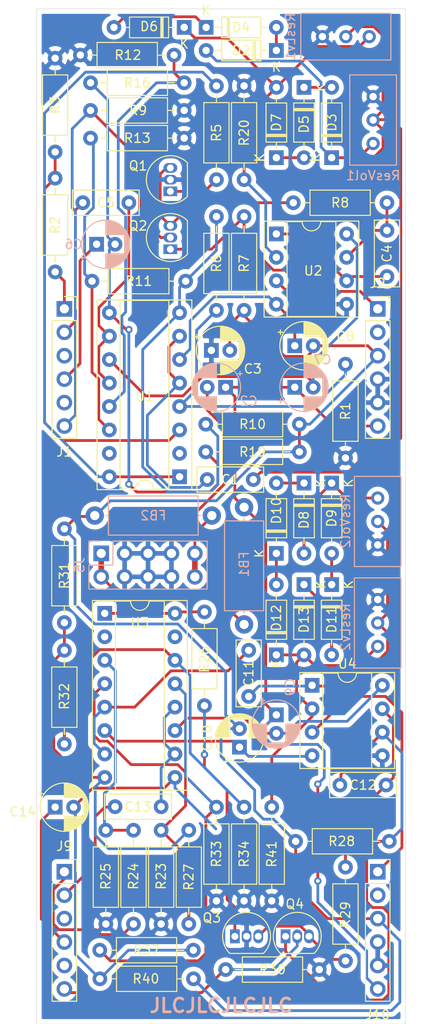
<source format=kicad_pcb>
(kicad_pcb (version 20171130) (host pcbnew "(5.1.9)-1")
  (layers (0 F.Cu signal) (31 B.Cu signal) (34 B.Paste user) (35 F.Paste user) (36 B.SilkS user) (37 F.SilkS user) (38 B.Mask user) (39 F.Mask user) (44 Edge.Cuts user))
  (net 0 "")
  (net 1 GND)
  (net 2 +12V)
  (net 3 -12V)
  (net 4 "Net-(C4-Pad1)")
  (net 5 "Net-(C5-Pad1)")
  (net 6 "Net-(C6-Pad2)")
  (net 7 "Net-(D3-Pad2)")
  (net 8 "Net-(R10-Pad2)")
  (net 9 "Net-(C1-Pad2)")
  (net 10 "Net-(C1-Pad1)")
  (net 11 "Net-(C4-Pad2)")
  (net 12 /HPass)
  (net 13 /Out1)
  (net 14 "Net-(C7-Pad2)")
  (net 15 "Net-(C8-Pad1)")
  (net 16 "Net-(C9-Pad2)")
  (net 17 "Net-(C10-Pad1)")
  (net 18 "Net-(C11-Pad2)")
  (net 19 "Net-(C11-Pad1)")
  (net 20 "Net-(C12-Pad2)")
  (net 21 "Net-(C12-Pad1)")
  (net 22 /Filtre2/HPass)
  (net 23 "Net-(C13-Pad1)")
  (net 24 "Net-(C14-Pad2)")
  (net 25 /Filtre2/Out1)
  (net 26 "Net-(D2-Pad2)")
  (net 27 "Net-(D2-Pad1)")
  (net 28 "Net-(D4-Pad1)")
  (net 29 "Net-(D5-Pad2)")
  (net 30 "Net-(D6-Pad1)")
  (net 31 "Net-(D8-Pad2)")
  (net 32 "Net-(D10-Pad2)")
  (net 33 "Net-(D11-Pad1)")
  (net 34 "Net-(D10-Pad1)")
  (net 35 "Net-(D11-Pad2)")
  (net 36 "Net-(D12-Pad1)")
  (net 37 "Net-(FB1-Pad2)")
  (net 38 "Net-(FB2-Pad2)")
  (net 39 /LPass)
  (net 40 /Cutoff)
  (net 41 /ResOut)
  (net 42 /Filtre2/LPass)
  (net 43 /Filtre2/Cutoff)
  (net 44 /Filtre2/ResOut)
  (net 45 "Net-(Q1-Pad1)")
  (net 46 "Net-(Q1-Pad3)")
  (net 47 "Net-(Q3-Pad1)")
  (net 48 "Net-(Q3-Pad3)")
  (net 49 "Net-(R1-Pad2)")
  (net 50 "Net-(R2-Pad2)")
  (net 51 "Net-(R5-Pad2)")
  (net 52 "Net-(R11-Pad2)")
  (net 53 "Net-(R12-Pad2)")
  (net 54 "Net-(R23-Pad2)")
  (net 55 "Net-(R24-Pad2)")
  (net 56 "Net-(R26-Pad2)")
  (net 57 "Net-(R27-Pad2)")
  (net 58 "Net-(R32-Pad2)")
  (net 59 "Net-(R33-Pad2)")
  (net 60 "Net-(U1-Pad15)")
  (net 61 "Net-(U1-Pad2)")
  (net 62 "Net-(U3-Pad15)")
  (net 63 "Net-(U3-Pad2)")
  (net 64 "Net-(J2-Pad2)")
  (net 65 "Net-(J10-Pad2)")
  (net 66 "Net-(J1-Pad3)")
  (net 67 "Net-(J9-Pad3)")
  (net 68 "Net-(J1-Pad5)")
  (net 69 "Net-(J9-Pad5)")
  (module Capacitor_THT:CP_Radial_D5.0mm_P2.00mm (layer F.Cu) (at 52 116.5 90)
    (fp_text reference C10 (at 1 -3.5 90) (layer F.SilkS))
    (fp_text value 0.1µ)
    (pad 2 thru_hole circle (at 2 0 90) (size 1.6 1.6) (drill 0.8) (layers *.Cu *.Mask) (net 3 -12V))
    (pad 1 thru_hole rect (at 0 0 90) (size 1.6 1.6) (drill 0.8) (layers *.Cu *.Mask) (net 17 "Net-(C10-Pad1)"))
  )
  (module Capacitor_THT:CP_Radial_D5.0mm_P2.00mm (layer B.Cu) (at 56 113 270)
    (fp_text reference C9 (at -3 -1.5 90) (layer B.SilkS) (effects (justify mirror)))
    (fp_text value 0.1µ)
    (pad 2 thru_hole circle (at 2 0 270) (size 1.6 1.6) (drill 0.8) (layers *.Cu *.Mask) (net 16 "Net-(C9-Pad2)"))
    (pad 1 thru_hole rect (at 0 0 270) (size 1.6 1.6) (drill 0.8) (layers *.Cu *.Mask) (net 2 +12V))
  )
  (module Capacitor_THT:CP_Radial_D5.0mm_P2.00mm (layer F.Cu) (at 58 73)
    (fp_text reference C8 (at 5.5 -1) (layer F.SilkS))
    (fp_text value 0.1µ)
    (pad 2 thru_hole circle (at 2 0) (size 1.6 1.6) (drill 0.8) (layers *.Cu *.Mask) (net 3 -12V))
    (pad 1 thru_hole rect (at 0 0) (size 1.6 1.6) (drill 0.8) (layers *.Cu *.Mask) (net 15 "Net-(C8-Pad1)"))
  )
  (module Capacitor_THT:CP_Radial_D5.0mm_P2.00mm (layer B.Cu) (at 58 77.5)
    (fp_text reference C7 (at 3 -3) (layer B.SilkS) (effects (justify mirror)))
    (fp_text value 0.1µ)
    (pad 2 thru_hole circle (at 2 0) (size 1.6 1.6) (drill 0.8) (layers *.Cu *.Mask) (net 14 "Net-(C7-Pad2)"))
    (pad 1 thru_hole rect (at 0 0) (size 1.6 1.6) (drill 0.8) (layers *.Cu *.Mask) (net 2 +12V))
  )
  (module Connector_PinSocket_2.54mm:PinSocket_1x06_P2.54mm_Vertical (layer F.Cu) (at 67 130)
    (fp_text reference J10 (at 0 15.5) (layer F.SilkS))
    (fp_text value Conn_CircuitBoard)
    (pad 6 thru_hole oval (at 0 12.7) (size 1.7 1.7) (drill 1) (layers *.Cu *.Mask) (net 2 +12V))
    (pad 5 thru_hole oval (at 0 10.16) (size 1.7 1.7) (drill 1) (layers *.Cu *.Mask) (net 1 GND))
    (pad 4 thru_hole oval (at 0 7.62) (size 1.7 1.7) (drill 1) (layers *.Cu *.Mask) (net 1 GND))
    (pad 3 thru_hole oval (at 0 5.08) (size 1.7 1.7) (drill 1) (layers *.Cu *.Mask) (net 3 -12V))
    (pad 2 thru_hole oval (at 0 2.54) (size 1.7 1.7) (drill 1) (layers *.Cu *.Mask) (net 65 "Net-(J10-Pad2)"))
    (pad 1 thru_hole rect (at 0 0) (size 1.7 1.7) (drill 1) (layers *.Cu *.Mask) (net 44 /Filtre2/ResOut))
  )
  (module Connector_PinSocket_2.54mm:PinSocket_1x06_P2.54mm_Vertical (layer F.Cu) (at 33 130)
    (fp_text reference J9 (at 0 -2.77) (layer F.SilkS))
    (fp_text value Conn_CircuitBoard)
    (pad 6 thru_hole oval (at 0 12.7) (size 1.7 1.7) (drill 1) (layers *.Cu *.Mask) (net 43 /Filtre2/Cutoff))
    (pad 5 thru_hole oval (at 0 10.16) (size 1.7 1.7) (drill 1) (layers *.Cu *.Mask) (net 69 "Net-(J9-Pad5)"))
    (pad 4 thru_hole oval (at 0 7.62) (size 1.7 1.7) (drill 1) (layers *.Cu *.Mask) (net 25 /Filtre2/Out1))
    (pad 3 thru_hole oval (at 0 5.08) (size 1.7 1.7) (drill 1) (layers *.Cu *.Mask) (net 67 "Net-(J9-Pad3)"))
    (pad 2 thru_hole oval (at 0 2.54) (size 1.7 1.7) (drill 1) (layers *.Cu *.Mask) (net 22 /Filtre2/HPass))
    (pad 1 thru_hole rect (at 0 0) (size 1.7 1.7) (drill 1) (layers *.Cu *.Mask) (net 42 /Filtre2/LPass))
  )
  (module Connector_PinHeader_2.54mm:PinHeader_2x05_P2.54mm_Vertical (layer B.Cu) (at 37 95.5 270)
    (fp_text reference J5 (at 1.27 2.33 270) (layer B.SilkS) (effects (justify mirror)))
    (fp_text value "Power Input")
    (pad 10 thru_hole oval (at 2.54 -10.16 270) (size 1.7 1.7) (drill 1) (layers *.Cu *.Mask) (net 38 "Net-(FB2-Pad2)"))
    (pad 9 thru_hole oval (at 0 -10.16 270) (size 1.7 1.7) (drill 1) (layers *.Cu *.Mask) (net 38 "Net-(FB2-Pad2)"))
    (pad 8 thru_hole oval (at 2.54 -7.62 270) (size 1.7 1.7) (drill 1) (layers *.Cu *.Mask) (net 1 GND))
    (pad 7 thru_hole oval (at 0 -7.62 270) (size 1.7 1.7) (drill 1) (layers *.Cu *.Mask) (net 1 GND))
    (pad 6 thru_hole oval (at 2.54 -5.08 270) (size 1.7 1.7) (drill 1) (layers *.Cu *.Mask) (net 1 GND))
    (pad 5 thru_hole oval (at 0 -5.08 270) (size 1.7 1.7) (drill 1) (layers *.Cu *.Mask) (net 1 GND))
    (pad 4 thru_hole oval (at 2.54 -2.54 270) (size 1.7 1.7) (drill 1) (layers *.Cu *.Mask) (net 1 GND))
    (pad 3 thru_hole oval (at 0 -2.54 270) (size 1.7 1.7) (drill 1) (layers *.Cu *.Mask) (net 1 GND))
    (pad 2 thru_hole oval (at 2.54 0 270) (size 1.7 1.7) (drill 1) (layers *.Cu *.Mask) (net 37 "Net-(FB1-Pad2)"))
    (pad 1 thru_hole rect (at 0 0 270) (size 1.7 1.7) (drill 1) (layers *.Cu *.Mask) (net 37 "Net-(FB1-Pad2)"))
  )
  (module Connector_PinSocket_2.54mm:PinSocket_1x06_P2.54mm_Vertical (layer F.Cu) (at 67 69)
    (fp_text reference J2 (at 0 -2.77) (layer F.SilkS))
    (fp_text value Conn_CircuitBoard)
    (pad 6 thru_hole oval (at 0 12.7) (size 1.7 1.7) (drill 1) (layers *.Cu *.Mask) (net 2 +12V))
    (pad 5 thru_hole oval (at 0 10.16) (size 1.7 1.7) (drill 1) (layers *.Cu *.Mask) (net 1 GND))
    (pad 4 thru_hole oval (at 0 7.62) (size 1.7 1.7) (drill 1) (layers *.Cu *.Mask) (net 1 GND))
    (pad 3 thru_hole oval (at 0 5.08) (size 1.7 1.7) (drill 1) (layers *.Cu *.Mask) (net 3 -12V))
    (pad 2 thru_hole oval (at 0 2.54) (size 1.7 1.7) (drill 1) (layers *.Cu *.Mask) (net 64 "Net-(J2-Pad2)"))
    (pad 1 thru_hole rect (at 0 0) (size 1.7 1.7) (drill 1) (layers *.Cu *.Mask) (net 41 /ResOut))
  )
  (module Connector_PinSocket_2.54mm:PinSocket_1x06_P2.54mm_Vertical (layer F.Cu) (at 33 69)
    (fp_text reference J1 (at 0 15.5) (layer F.SilkS))
    (fp_text value Conn_CircuitBoard)
    (pad 6 thru_hole oval (at 0 12.7) (size 1.7 1.7) (drill 1) (layers *.Cu *.Mask) (net 40 /Cutoff))
    (pad 5 thru_hole oval (at 0 10.16) (size 1.7 1.7) (drill 1) (layers *.Cu *.Mask) (net 68 "Net-(J1-Pad5)"))
    (pad 4 thru_hole oval (at 0 7.62) (size 1.7 1.7) (drill 1) (layers *.Cu *.Mask) (net 13 /Out1))
    (pad 3 thru_hole oval (at 0 5.08) (size 1.7 1.7) (drill 1) (layers *.Cu *.Mask) (net 66 "Net-(J1-Pad3)"))
    (pad 2 thru_hole oval (at 0 2.54) (size 1.7 1.7) (drill 1) (layers *.Cu *.Mask) (net 12 /HPass))
    (pad 1 thru_hole rect (at 0 0) (size 1.7 1.7) (drill 1) (layers *.Cu *.Mask) (net 39 /LPass))
  )
  (module Package_DIP:DIP-8_W7.62mm_Socket (layer F.Cu) (at 59.88 109.8)
    (fp_text reference U4 (at 3.81 -2.33) (layer F.SilkS))
    (fp_text value TL072)
    (pad 8 thru_hole oval (at 7.62 0) (size 1.6 1.6) (drill 0.8) (layers *.Cu *.Mask) (net 16 "Net-(C9-Pad2)"))
    (pad 4 thru_hole oval (at 0 7.62) (size 1.6 1.6) (drill 0.8) (layers *.Cu *.Mask) (net 17 "Net-(C10-Pad1)"))
    (pad 7 thru_hole oval (at 7.62 2.54) (size 1.6 1.6) (drill 0.8) (layers *.Cu *.Mask) (net 21 "Net-(C12-Pad1)"))
    (pad 3 thru_hole oval (at 0 5.08) (size 1.6 1.6) (drill 0.8) (layers *.Cu *.Mask) (net 44 /Filtre2/ResOut))
    (pad 6 thru_hole oval (at 7.62 5.08) (size 1.6 1.6) (drill 0.8) (layers *.Cu *.Mask) (net 20 "Net-(C12-Pad2)"))
    (pad 2 thru_hole oval (at 0 2.54) (size 1.6 1.6) (drill 0.8) (layers *.Cu *.Mask) (net 36 "Net-(D12-Pad1)"))
    (pad 5 thru_hole oval (at 7.62 7.62) (size 1.6 1.6) (drill 0.8) (layers *.Cu *.Mask) (net 1 GND))
    (pad 1 thru_hole rect (at 0 0) (size 1.6 1.6) (drill 0.8) (layers *.Cu *.Mask) (net 18 "Net-(C11-Pad2)"))
  )
  (module Package_DIP:DIP-16_W7.62mm_Socket (layer F.Cu) (at 37.38 102)
    (fp_text reference U3 (at 3.81 1) (layer F.SilkS))
    (fp_text value LM13700)
    (pad 16 thru_hole oval (at 7.62 0) (size 1.6 1.6) (drill 0.8) (layers *.Cu *.Mask) (net 56 "Net-(R26-Pad2)"))
    (pad 8 thru_hole oval (at 0 17.78) (size 1.6 1.6) (drill 0.8) (layers *.Cu *.Mask) (net 57 "Net-(R27-Pad2)"))
    (pad 15 thru_hole oval (at 7.62 2.54) (size 1.6 1.6) (drill 0.8) (layers *.Cu *.Mask) (net 62 "Net-(U3-Pad15)"))
    (pad 7 thru_hole oval (at 0 15.24) (size 1.6 1.6) (drill 0.8) (layers *.Cu *.Mask) (net 19 "Net-(C11-Pad1)"))
    (pad 14 thru_hole oval (at 7.62 5.08) (size 1.6 1.6) (drill 0.8) (layers *.Cu *.Mask) (net 58 "Net-(R32-Pad2)"))
    (pad 6 thru_hole oval (at 0 12.7) (size 1.6 1.6) (drill 0.8) (layers *.Cu *.Mask) (net 17 "Net-(C10-Pad1)"))
    (pad 13 thru_hole oval (at 7.62 7.62) (size 1.6 1.6) (drill 0.8) (layers *.Cu *.Mask) (net 59 "Net-(R33-Pad2)"))
    (pad 5 thru_hole oval (at 0 10.16) (size 1.6 1.6) (drill 0.8) (layers *.Cu *.Mask) (net 19 "Net-(C11-Pad1)"))
    (pad 12 thru_hole oval (at 7.62 10.16) (size 1.6 1.6) (drill 0.8) (layers *.Cu *.Mask) (net 23 "Net-(C13-Pad1)"))
    (pad 4 thru_hole oval (at 0 7.62) (size 1.6 1.6) (drill 0.8) (layers *.Cu *.Mask) (net 54 "Net-(R23-Pad2)"))
    (pad 11 thru_hole oval (at 7.62 12.7) (size 1.6 1.6) (drill 0.8) (layers *.Cu *.Mask) (net 16 "Net-(C9-Pad2)"))
    (pad 3 thru_hole oval (at 0 5.08) (size 1.6 1.6) (drill 0.8) (layers *.Cu *.Mask) (net 55 "Net-(R24-Pad2)"))
    (pad 10 thru_hole oval (at 7.62 15.24) (size 1.6 1.6) (drill 0.8) (layers *.Cu *.Mask) (net 23 "Net-(C13-Pad1)"))
    (pad 2 thru_hole oval (at 0 2.54) (size 1.6 1.6) (drill 0.8) (layers *.Cu *.Mask) (net 63 "Net-(U3-Pad2)"))
    (pad 9 thru_hole oval (at 7.62 17.78) (size 1.6 1.6) (drill 0.8) (layers *.Cu *.Mask) (net 24 "Net-(C14-Pad2)"))
    (pad 1 thru_hole rect (at 0 0) (size 1.6 1.6) (drill 0.8) (layers *.Cu *.Mask) (net 56 "Net-(R26-Pad2)"))
  )
  (module Package_DIP:DIP-8_W7.62mm_Socket (layer F.Cu) (at 56 60.88)
    (fp_text reference U2 (at 4 4) (layer F.SilkS))
    (fp_text value TL072)
    (pad 8 thru_hole oval (at 7.62 0) (size 1.6 1.6) (drill 0.8) (layers *.Cu *.Mask) (net 14 "Net-(C7-Pad2)"))
    (pad 4 thru_hole oval (at 0 7.62) (size 1.6 1.6) (drill 0.8) (layers *.Cu *.Mask) (net 15 "Net-(C8-Pad1)"))
    (pad 7 thru_hole oval (at 7.62 2.54) (size 1.6 1.6) (drill 0.8) (layers *.Cu *.Mask) (net 4 "Net-(C4-Pad1)"))
    (pad 3 thru_hole oval (at 0 5.08) (size 1.6 1.6) (drill 0.8) (layers *.Cu *.Mask) (net 41 /ResOut))
    (pad 6 thru_hole oval (at 7.62 5.08) (size 1.6 1.6) (drill 0.8) (layers *.Cu *.Mask) (net 11 "Net-(C4-Pad2)"))
    (pad 2 thru_hole oval (at 0 2.54) (size 1.6 1.6) (drill 0.8) (layers *.Cu *.Mask) (net 30 "Net-(D6-Pad1)"))
    (pad 5 thru_hole oval (at 7.62 7.62) (size 1.6 1.6) (drill 0.8) (layers *.Cu *.Mask) (net 1 GND))
    (pad 1 thru_hole rect (at 0 0) (size 1.6 1.6) (drill 0.8) (layers *.Cu *.Mask) (net 9 "Net-(C1-Pad2)"))
  )
  (module Package_DIP:DIP-16_W7.62mm_Socket (layer F.Cu) (at 45.5 87.2 180)
    (fp_text reference U1 (at 3.81 8.7) (layer F.SilkS))
    (fp_text value LM13700)
    (pad 16 thru_hole oval (at 7.62 0 180) (size 1.6 1.6) (drill 0.8) (layers *.Cu *.Mask) (net 51 "Net-(R5-Pad2)"))
    (pad 8 thru_hole oval (at 0 17.78 180) (size 1.6 1.6) (drill 0.8) (layers *.Cu *.Mask) (net 8 "Net-(R10-Pad2)"))
    (pad 15 thru_hole oval (at 7.62 2.54 180) (size 1.6 1.6) (drill 0.8) (layers *.Cu *.Mask) (net 60 "Net-(U1-Pad15)"))
    (pad 7 thru_hole oval (at 0 15.24 180) (size 1.6 1.6) (drill 0.8) (layers *.Cu *.Mask) (net 10 "Net-(C1-Pad1)"))
    (pad 14 thru_hole oval (at 7.62 5.08 180) (size 1.6 1.6) (drill 0.8) (layers *.Cu *.Mask) (net 52 "Net-(R11-Pad2)"))
    (pad 6 thru_hole oval (at 0 12.7 180) (size 1.6 1.6) (drill 0.8) (layers *.Cu *.Mask) (net 15 "Net-(C8-Pad1)"))
    (pad 13 thru_hole oval (at 7.62 7.62 180) (size 1.6 1.6) (drill 0.8) (layers *.Cu *.Mask) (net 53 "Net-(R12-Pad2)"))
    (pad 5 thru_hole oval (at 0 10.16 180) (size 1.6 1.6) (drill 0.8) (layers *.Cu *.Mask) (net 10 "Net-(C1-Pad1)"))
    (pad 12 thru_hole oval (at 7.62 10.16 180) (size 1.6 1.6) (drill 0.8) (layers *.Cu *.Mask) (net 5 "Net-(C5-Pad1)"))
    (pad 4 thru_hole oval (at 0 7.62 180) (size 1.6 1.6) (drill 0.8) (layers *.Cu *.Mask) (net 49 "Net-(R1-Pad2)"))
    (pad 11 thru_hole oval (at 7.62 12.7 180) (size 1.6 1.6) (drill 0.8) (layers *.Cu *.Mask) (net 14 "Net-(C7-Pad2)"))
    (pad 3 thru_hole oval (at 0 5.08 180) (size 1.6 1.6) (drill 0.8) (layers *.Cu *.Mask) (net 50 "Net-(R2-Pad2)"))
    (pad 10 thru_hole oval (at 7.62 15.24 180) (size 1.6 1.6) (drill 0.8) (layers *.Cu *.Mask) (net 5 "Net-(C5-Pad1)"))
    (pad 2 thru_hole oval (at 0 2.54 180) (size 1.6 1.6) (drill 0.8) (layers *.Cu *.Mask) (net 61 "Net-(U1-Pad2)"))
    (pad 9 thru_hole oval (at 7.62 17.78 180) (size 1.6 1.6) (drill 0.8) (layers *.Cu *.Mask) (net 6 "Net-(C6-Pad2)"))
    (pad 1 thru_hole rect (at 0 0 180) (size 1.6 1.6) (drill 0.8) (layers *.Cu *.Mask) (net 51 "Net-(R5-Pad2)"))
  )
  (module Potentiometer_THT:Potentiometer_Bourns_3386C_Horizontal (layer B.Cu) (at 67 89.5 180)
    (fp_text reference ResVol2 (at 3.5 -2.5 90) (layer B.SilkS) (effects (justify mirror)))
    (fp_text value 10k)
    (pad 1 thru_hole circle (at 0 0 180) (size 1.44 1.44) (drill 0.8) (layers *.Cu *.Mask) (net 31 "Net-(D8-Pad2)"))
    (pad 2 thru_hole circle (at 0 -2.54 180) (size 1.44 1.44) (drill 0.8) (layers *.Cu *.Mask) (net 18 "Net-(C11-Pad2)"))
    (pad 3 thru_hole circle (at 0 -5.08 180) (size 1.44 1.44) (drill 0.8) (layers *.Cu *.Mask) (net 1 GND))
  )
  (module Potentiometer_THT:Potentiometer_Bourns_3386C_Horizontal (layer B.Cu) (at 66.5 51.08)
    (fp_text reference ResVol1 (at 0 3.475) (layer B.SilkS) (effects (justify mirror)))
    (fp_text value 10k)
    (pad 1 thru_hole circle (at 0 0) (size 1.44 1.44) (drill 0.8) (layers *.Cu *.Mask) (net 26 "Net-(D2-Pad2)"))
    (pad 2 thru_hole circle (at 0 -2.54) (size 1.44 1.44) (drill 0.8) (layers *.Cu *.Mask) (net 9 "Net-(C1-Pad2)"))
    (pad 3 thru_hole circle (at 0 -5.08) (size 1.44 1.44) (drill 0.8) (layers *.Cu *.Mask) (net 1 GND))
  )
  (module Potentiometer_THT:Potentiometer_Bourns_3386C_Horizontal (layer B.Cu) (at 67 100.5 180)
    (fp_text reference ResLv2 (at 3.5 -3 90) (layer B.SilkS) (effects (justify mirror)))
    (fp_text value 3.3k)
    (pad 1 thru_hole circle (at 0 0 180) (size 1.44 1.44) (drill 0.8) (layers *.Cu *.Mask) (net 1 GND))
    (pad 2 thru_hole circle (at 0 -2.54 180) (size 1.44 1.44) (drill 0.8) (layers *.Cu *.Mask) (net 18 "Net-(C11-Pad2)"))
    (pad 3 thru_hole circle (at 0 -5.08 180) (size 1.44 1.44) (drill 0.8) (layers *.Cu *.Mask) (net 36 "Net-(D12-Pad1)"))
  )
  (module Potentiometer_THT:Potentiometer_Bourns_3386C_Horizontal (layer B.Cu) (at 61 39.5 270)
    (fp_text reference ResLv1 (at 0 3.475 90) (layer B.SilkS) (effects (justify mirror)))
    (fp_text value 3.3k)
    (pad 1 thru_hole circle (at 0 0 270) (size 1.44 1.44) (drill 0.8) (layers *.Cu *.Mask) (net 1 GND))
    (pad 2 thru_hole circle (at 0 -2.54 270) (size 1.44 1.44) (drill 0.8) (layers *.Cu *.Mask) (net 9 "Net-(C1-Pad2)"))
    (pad 3 thru_hole circle (at 0 -5.08 270) (size 1.44 1.44) (drill 0.8) (layers *.Cu *.Mask) (net 30 "Net-(D6-Pad1)"))
  )
  (module Resistor_THT:R_Axial_DIN0207_L6.3mm_D2.5mm_P10.16mm_Horizontal (layer F.Cu) (at 55.5 133.16 90)
    (fp_text reference R41 (at 5.08 0 90) (layer F.SilkS))
    (fp_text value 2.2k)
    (pad 2 thru_hole oval (at 10.16 0 90) (size 1.6 1.6) (drill 0.8) (layers *.Cu *.Mask) (net 36 "Net-(D12-Pad1)"))
    (pad 1 thru_hole circle (at 0 0 90) (size 1.6 1.6) (drill 0.8) (layers *.Cu *.Mask) (net 1 GND))
  )
  (module Resistor_THT:R_Axial_DIN0207_L6.3mm_D2.5mm_P10.16mm_Horizontal (layer F.Cu) (at 47.01 141.6 180)
    (fp_text reference R40 (at 5.16 0) (layer F.SilkS))
    (fp_text value 1.8k)
    (pad 2 thru_hole oval (at 10.16 0 180) (size 1.6 1.6) (drill 0.8) (layers *.Cu *.Mask) (net 24 "Net-(C14-Pad2)"))
    (pad 1 thru_hole circle (at 0 0 180) (size 1.6 1.6) (drill 0.8) (layers *.Cu *.Mask) (net 3 -12V))
  )
  (module Resistor_THT:R_Axial_DIN0207_L6.3mm_D2.5mm_P10.16mm_Horizontal (layer F.Cu) (at 36.84 138.5)
    (fp_text reference R37 (at 5.08 0) (layer F.SilkS))
    (fp_text value 100k)
    (pad 2 thru_hole oval (at 10.16 0) (size 1.6 1.6) (drill 0.8) (layers *.Cu *.Mask) (net 24 "Net-(C14-Pad2)"))
    (pad 1 thru_hole circle (at 0 0) (size 1.6 1.6) (drill 0.8) (layers *.Cu *.Mask) (net 59 "Net-(R33-Pad2)"))
  )
  (module Resistor_THT:R_Axial_DIN0207_L6.3mm_D2.5mm_P10.16mm_Horizontal (layer F.Cu) (at 52.5 133.16 90)
    (fp_text reference R34 (at 5.08 0 90) (layer F.SilkS))
    (fp_text value 470)
    (pad 2 thru_hole oval (at 10.16 0 90) (size 1.6 1.6) (drill 0.8) (layers *.Cu *.Mask) (net 58 "Net-(R32-Pad2)"))
    (pad 1 thru_hole circle (at 0 0 90) (size 1.6 1.6) (drill 0.8) (layers *.Cu *.Mask) (net 1 GND))
  )
  (module Resistor_THT:R_Axial_DIN0207_L6.3mm_D2.5mm_P10.16mm_Horizontal (layer F.Cu) (at 49.5 133.16 90)
    (fp_text reference R33 (at 5.08 0 90) (layer F.SilkS))
    (fp_text value 470)
    (pad 2 thru_hole oval (at 10.16 0 90) (size 1.6 1.6) (drill 0.8) (layers *.Cu *.Mask) (net 59 "Net-(R33-Pad2)"))
    (pad 1 thru_hole circle (at 0 0 90) (size 1.6 1.6) (drill 0.8) (layers *.Cu *.Mask) (net 1 GND))
  )
  (module Resistor_THT:R_Axial_DIN0207_L6.3mm_D2.5mm_P10.16mm_Horizontal (layer F.Cu) (at 33 106 270)
    (fp_text reference R32 (at 5 0 90) (layer F.SilkS))
    (fp_text value 100k)
    (pad 2 thru_hole oval (at 10.16 0 270) (size 1.6 1.6) (drill 0.8) (layers *.Cu *.Mask) (net 58 "Net-(R32-Pad2)"))
    (pad 1 thru_hole circle (at 0 0 270) (size 1.6 1.6) (drill 0.8) (layers *.Cu *.Mask) (net 57 "Net-(R27-Pad2)"))
  )
  (module Resistor_THT:R_Axial_DIN0207_L6.3mm_D2.5mm_P10.16mm_Horizontal (layer F.Cu) (at 33 92.84 270)
    (fp_text reference R31 (at 5.08 0 90) (layer F.SilkS))
    (fp_text value 1.8k)
    (pad 2 thru_hole oval (at 10.16 0 270) (size 1.6 1.6) (drill 0.8) (layers *.Cu *.Mask) (net 57 "Net-(R27-Pad2)"))
    (pad 1 thru_hole circle (at 0 0 270) (size 1.6 1.6) (drill 0.8) (layers *.Cu *.Mask) (net 3 -12V))
  )
  (module Resistor_THT:R_Axial_DIN0207_L6.3mm_D2.5mm_P10.16mm_Horizontal (layer F.Cu) (at 60.66 140.6 180)
    (fp_text reference R30 (at 5.08 0) (layer F.SilkS))
    (fp_text value 2.2k)
    (pad 2 thru_hole oval (at 10.16 0 180) (size 1.6 1.6) (drill 0.8) (layers *.Cu *.Mask) (net 43 /Filtre2/Cutoff))
    (pad 1 thru_hole circle (at 0 0 180) (size 1.6 1.6) (drill 0.8) (layers *.Cu *.Mask) (net 1 GND))
  )
  (module Resistor_THT:R_Axial_DIN0207_L6.3mm_D2.5mm_P10.16mm_Horizontal (layer F.Cu) (at 63.5 139.66 90)
    (fp_text reference R29 (at 5 0 90) (layer F.SilkS))
    (fp_text value 1k)
    (pad 2 thru_hole oval (at 10.16 0 90) (size 1.6 1.6) (drill 0.8) (layers *.Cu *.Mask) (net 21 "Net-(C12-Pad1)"))
    (pad 1 thru_hole circle (at 0 0 90) (size 1.6 1.6) (drill 0.8) (layers *.Cu *.Mask) (net 48 "Net-(Q3-Pad3)"))
  )
  (module Resistor_THT:R_Axial_DIN0207_L6.3mm_D2.5mm_P10.16mm_Horizontal (layer F.Cu) (at 58.09 126.7)
    (fp_text reference R28 (at 5 0) (layer F.SilkS))
    (fp_text value 100k)
    (pad 2 thru_hole oval (at 10.16 0) (size 1.6 1.6) (drill 0.8) (layers *.Cu *.Mask) (net 20 "Net-(C12-Pad2)"))
    (pad 1 thru_hole circle (at 0 0) (size 1.6 1.6) (drill 0.8) (layers *.Cu *.Mask) (net 3 -12V))
  )
  (module Resistor_THT:R_Axial_DIN0207_L6.3mm_D2.5mm_P10.16mm_Horizontal (layer F.Cu) (at 46.5 135.66 90)
    (fp_text reference R27 (at 5.08 0 90) (layer F.SilkS))
    (fp_text value 100k)
    (pad 2 thru_hole oval (at 10.16 0 90) (size 1.6 1.6) (drill 0.8) (layers *.Cu *.Mask) (net 57 "Net-(R27-Pad2)"))
    (pad 1 thru_hole circle (at 0 0 90) (size 1.6 1.6) (drill 0.8) (layers *.Cu *.Mask) (net 54 "Net-(R23-Pad2)"))
  )
  (module Resistor_THT:R_Axial_DIN0207_L6.3mm_D2.5mm_P10.16mm_Horizontal (layer F.Cu) (at 48.2 112 90)
    (fp_text reference R26 (at 5 0 90) (layer F.SilkS))
    (fp_text value 2.2k)
    (pad 2 thru_hole oval (at 10.16 0 90) (size 1.6 1.6) (drill 0.8) (layers *.Cu *.Mask) (net 56 "Net-(R26-Pad2)"))
    (pad 1 thru_hole circle (at 0 0 90) (size 1.6 1.6) (drill 0.8) (layers *.Cu *.Mask) (net 47 "Net-(Q3-Pad1)"))
  )
  (module Resistor_THT:R_Axial_DIN0207_L6.3mm_D2.5mm_P10.16mm_Horizontal (layer F.Cu) (at 37.5 135.66 90)
    (fp_text reference R25 (at 5.16 0 90) (layer F.SilkS))
    (fp_text value 470)
    (pad 2 thru_hole oval (at 10.16 0 90) (size 1.6 1.6) (drill 0.8) (layers *.Cu *.Mask) (net 55 "Net-(R24-Pad2)"))
    (pad 1 thru_hole circle (at 0 0 90) (size 1.6 1.6) (drill 0.8) (layers *.Cu *.Mask) (net 1 GND))
  )
  (module Resistor_THT:R_Axial_DIN0207_L6.3mm_D2.5mm_P10.16mm_Horizontal (layer F.Cu) (at 40.5 135.66 90)
    (fp_text reference R24 (at 5.16 0 90) (layer F.SilkS))
    (fp_text value 100k)
    (pad 2 thru_hole oval (at 10.16 0 90) (size 1.6 1.6) (drill 0.8) (layers *.Cu *.Mask) (net 55 "Net-(R24-Pad2)"))
    (pad 1 thru_hole circle (at 0 0 90) (size 1.6 1.6) (drill 0.8) (layers *.Cu *.Mask) (net 42 /Filtre2/LPass))
  )
  (module Resistor_THT:R_Axial_DIN0207_L6.3mm_D2.5mm_P10.16mm_Horizontal (layer F.Cu) (at 43.5 135.66 90)
    (fp_text reference R23 (at 5.16 0 90) (layer F.SilkS))
    (fp_text value 470)
    (pad 2 thru_hole oval (at 10.16 0 90) (size 1.6 1.6) (drill 0.8) (layers *.Cu *.Mask) (net 54 "Net-(R23-Pad2)"))
    (pad 1 thru_hole circle (at 0 0 90) (size 1.6 1.6) (drill 0.8) (layers *.Cu *.Mask) (net 1 GND))
  )
  (module Resistor_THT:R_Axial_DIN0207_L6.3mm_D2.5mm_P10.16mm_Horizontal (layer F.Cu) (at 52.5 44.84 270)
    (fp_text reference R20 (at 5.08 0 90) (layer F.SilkS))
    (fp_text value 2.2k)
    (pad 2 thru_hole oval (at 10.16 0 270) (size 1.6 1.6) (drill 0.8) (layers *.Cu *.Mask) (net 30 "Net-(D6-Pad1)"))
    (pad 1 thru_hole circle (at 0 0 270) (size 1.6 1.6) (drill 0.8) (layers *.Cu *.Mask) (net 1 GND))
  )
  (module Resistor_THT:R_Axial_DIN0207_L6.3mm_D2.5mm_P10.16mm_Horizontal (layer F.Cu) (at 58.5 84.5 180)
    (fp_text reference R19 (at 5.08 0) (layer F.SilkS))
    (fp_text value 1.8k)
    (pad 2 thru_hole oval (at 10.16 0 180) (size 1.6 1.6) (drill 0.8) (layers *.Cu *.Mask) (net 6 "Net-(C6-Pad2)"))
    (pad 1 thru_hole circle (at 0 0 180) (size 1.6 1.6) (drill 0.8) (layers *.Cu *.Mask) (net 3 -12V))
  )
  (module Resistor_THT:R_Axial_DIN0207_L6.3mm_D2.5mm_P10.16mm_Horizontal (layer F.Cu) (at 46 44.5 180)
    (fp_text reference R16 (at 5.08 0) (layer F.SilkS))
    (fp_text value 100k)
    (pad 2 thru_hole oval (at 10.16 0 180) (size 1.6 1.6) (drill 0.8) (layers *.Cu *.Mask) (net 6 "Net-(C6-Pad2)"))
    (pad 1 thru_hole circle (at 0 0 180) (size 1.6 1.6) (drill 0.8) (layers *.Cu *.Mask) (net 53 "Net-(R12-Pad2)"))
  )
  (module Resistor_THT:R_Axial_DIN0207_L6.3mm_D2.5mm_P10.16mm_Horizontal (layer F.Cu) (at 46 50.5 180)
    (fp_text reference R13 (at 5.08 0) (layer F.SilkS))
    (fp_text value 470)
    (pad 2 thru_hole oval (at 10.16 0 180) (size 1.6 1.6) (drill 0.8) (layers *.Cu *.Mask) (net 52 "Net-(R11-Pad2)"))
    (pad 1 thru_hole circle (at 0 0 180) (size 1.6 1.6) (drill 0.8) (layers *.Cu *.Mask) (net 1 GND))
  )
  (module Resistor_THT:R_Axial_DIN0207_L6.3mm_D2.5mm_P10.16mm_Horizontal (layer F.Cu) (at 34.74 41.5)
    (fp_text reference R12 (at 5.16 0) (layer F.SilkS))
    (fp_text value 470)
    (pad 2 thru_hole oval (at 10.16 0) (size 1.6 1.6) (drill 0.8) (layers *.Cu *.Mask) (net 53 "Net-(R12-Pad2)"))
    (pad 1 thru_hole circle (at 0 0) (size 1.6 1.6) (drill 0.8) (layers *.Cu *.Mask) (net 1 GND))
  )
  (module Resistor_THT:R_Axial_DIN0207_L6.3mm_D2.5mm_P10.16mm_Horizontal (layer F.Cu) (at 46.16 66 180)
    (fp_text reference R11 (at 5.08 0) (layer F.SilkS))
    (fp_text value 100k)
    (pad 2 thru_hole oval (at 10.16 0 180) (size 1.6 1.6) (drill 0.8) (layers *.Cu *.Mask) (net 52 "Net-(R11-Pad2)"))
    (pad 1 thru_hole circle (at 0 0 180) (size 1.6 1.6) (drill 0.8) (layers *.Cu *.Mask) (net 8 "Net-(R10-Pad2)"))
  )
  (module Resistor_THT:R_Axial_DIN0207_L6.3mm_D2.5mm_P10.16mm_Horizontal (layer F.Cu) (at 58.5 81.5 180)
    (fp_text reference R10 (at 5.08 0) (layer F.SilkS))
    (fp_text value 1.8k)
    (pad 2 thru_hole oval (at 10.16 0 180) (size 1.6 1.6) (drill 0.8) (layers *.Cu *.Mask) (net 8 "Net-(R10-Pad2)"))
    (pad 1 thru_hole circle (at 0 0 180) (size 1.6 1.6) (drill 0.8) (layers *.Cu *.Mask) (net 3 -12V))
  )
  (module Resistor_THT:R_Axial_DIN0207_L6.3mm_D2.5mm_P10.16mm_Horizontal (layer F.Cu) (at 46 47.5 180)
    (fp_text reference R9 (at 5 0) (layer F.SilkS))
    (fp_text value 2.2k)
    (pad 2 thru_hole oval (at 10.16 0 180) (size 1.6 1.6) (drill 0.8) (layers *.Cu *.Mask) (net 40 /Cutoff))
    (pad 1 thru_hole circle (at 0 0 180) (size 1.6 1.6) (drill 0.8) (layers *.Cu *.Mask) (net 1 GND))
  )
  (module Resistor_THT:R_Axial_DIN0207_L6.3mm_D2.5mm_P10.16mm_Horizontal (layer F.Cu) (at 57.84 57.5)
    (fp_text reference R8 (at 5.08 0) (layer F.SilkS))
    (fp_text value 1k)
    (pad 2 thru_hole oval (at 10.16 0) (size 1.6 1.6) (drill 0.8) (layers *.Cu *.Mask) (net 4 "Net-(C4-Pad1)"))
    (pad 1 thru_hole circle (at 0 0) (size 1.6 1.6) (drill 0.8) (layers *.Cu *.Mask) (net 46 "Net-(Q1-Pad3)"))
  )
  (module Resistor_THT:R_Axial_DIN0207_L6.3mm_D2.5mm_P10.16mm_Horizontal (layer F.Cu) (at 52.5 69.16 90)
    (fp_text reference R7 (at 5.08 0 90) (layer F.SilkS))
    (fp_text value 100k)
    (pad 2 thru_hole oval (at 10.16 0 90) (size 1.6 1.6) (drill 0.8) (layers *.Cu *.Mask) (net 11 "Net-(C4-Pad2)"))
    (pad 1 thru_hole circle (at 0 0 90) (size 1.6 1.6) (drill 0.8) (layers *.Cu *.Mask) (net 3 -12V))
  )
  (module Resistor_THT:R_Axial_DIN0207_L6.3mm_D2.5mm_P10.16mm_Horizontal (layer F.Cu) (at 49.5 69.16 90)
    (fp_text reference R6 (at 5.08 0 90) (layer F.SilkS))
    (fp_text value 100k)
    (pad 2 thru_hole oval (at 10.16 0 90) (size 1.6 1.6) (drill 0.8) (layers *.Cu *.Mask) (net 8 "Net-(R10-Pad2)"))
    (pad 1 thru_hole circle (at 0 0 90) (size 1.6 1.6) (drill 0.8) (layers *.Cu *.Mask) (net 49 "Net-(R1-Pad2)"))
  )
  (module Resistor_THT:R_Axial_DIN0207_L6.3mm_D2.5mm_P10.16mm_Horizontal (layer F.Cu) (at 49.5 55 90)
    (fp_text reference R5 (at 5.08 0 90) (layer F.SilkS))
    (fp_text value 2.2k)
    (pad 2 thru_hole oval (at 10.16 0 90) (size 1.6 1.6) (drill 0.8) (layers *.Cu *.Mask) (net 51 "Net-(R5-Pad2)"))
    (pad 1 thru_hole circle (at 0 0 90) (size 1.6 1.6) (drill 0.8) (layers *.Cu *.Mask) (net 45 "Net-(Q1-Pad1)"))
  )
  (module Resistor_THT:R_Axial_DIN0207_L6.3mm_D2.5mm_P10.16mm_Horizontal (layer F.Cu) (at 32 41.84 270)
    (fp_text reference R3 (at 5.08 0 90) (layer F.SilkS))
    (fp_text value 470)
    (pad 2 thru_hole oval (at 10.16 0 270) (size 1.6 1.6) (drill 0.8) (layers *.Cu *.Mask) (net 50 "Net-(R2-Pad2)"))
    (pad 1 thru_hole circle (at 0 0 270) (size 1.6 1.6) (drill 0.8) (layers *.Cu *.Mask) (net 1 GND))
  )
  (module Resistor_THT:R_Axial_DIN0207_L6.3mm_D2.5mm_P10.16mm_Horizontal (layer F.Cu) (at 32 65 90)
    (fp_text reference R2 (at 5.08 0 90) (layer F.SilkS))
    (fp_text value 100k)
    (pad 2 thru_hole oval (at 10.16 0 90) (size 1.6 1.6) (drill 0.8) (layers *.Cu *.Mask) (net 50 "Net-(R2-Pad2)"))
    (pad 1 thru_hole circle (at 0 0 90) (size 1.6 1.6) (drill 0.8) (layers *.Cu *.Mask) (net 39 /LPass))
  )
  (module Resistor_THT:R_Axial_DIN0207_L6.3mm_D2.5mm_P10.16mm_Horizontal (layer F.Cu) (at 63.5 85.16 90)
    (fp_text reference R1 (at 5.08 0 90) (layer F.SilkS))
    (fp_text value 470)
    (pad 2 thru_hole oval (at 10.16 0 90) (size 1.6 1.6) (drill 0.8) (layers *.Cu *.Mask) (net 49 "Net-(R1-Pad2)"))
    (pad 1 thru_hole circle (at 0 0 90) (size 1.6 1.6) (drill 0.8) (layers *.Cu *.Mask) (net 1 GND))
  )
  (module Package_TO_SOT_THT:TO-92_Inline (layer F.Cu) (at 57 137)
    (fp_text reference Q4 (at 1 -3.5) (layer F.SilkS))
    (fp_text value BC559)
    (pad 1 thru_hole rect (at 0 0) (size 1.05 1.5) (drill 0.75) (layers *.Cu *.Mask) (net 20 "Net-(C12-Pad2)"))
    (pad 3 thru_hole oval (at 2.54 0) (size 1.05 1.5) (drill 0.75) (layers *.Cu *.Mask) (net 48 "Net-(Q3-Pad3)"))
    (pad 2 thru_hole oval (at 1.27 0) (size 1.05 1.5) (drill 0.75) (layers *.Cu *.Mask) (net 43 /Filtre2/Cutoff))
  )
  (module Package_TO_SOT_THT:TO-92_Inline (layer F.Cu) (at 51.5 137)
    (fp_text reference Q3 (at -2.5 -2) (layer F.SilkS))
    (fp_text value BC559)
    (pad 1 thru_hole rect (at 0 0) (size 1.05 1.5) (drill 0.75) (layers *.Cu *.Mask) (net 47 "Net-(Q3-Pad1)"))
    (pad 3 thru_hole oval (at 2.54 0) (size 1.05 1.5) (drill 0.75) (layers *.Cu *.Mask) (net 48 "Net-(Q3-Pad3)"))
    (pad 2 thru_hole oval (at 1.27 0) (size 1.05 1.5) (drill 0.75) (layers *.Cu *.Mask) (net 1 GND))
  )
  (module Package_TO_SOT_THT:TO-92_Inline (layer F.Cu) (at 44.5 62.54 90)
    (fp_text reference Q2 (at 2.54 -3.5 180) (layer F.SilkS))
    (fp_text value BC559)
    (pad 1 thru_hole rect (at 0 0 90) (size 1.05 1.5) (drill 0.75) (layers *.Cu *.Mask) (net 11 "Net-(C4-Pad2)"))
    (pad 3 thru_hole oval (at 2.54 0 90) (size 1.05 1.5) (drill 0.75) (layers *.Cu *.Mask) (net 46 "Net-(Q1-Pad3)"))
    (pad 2 thru_hole oval (at 1.27 0 90) (size 1.05 1.5) (drill 0.75) (layers *.Cu *.Mask) (net 40 /Cutoff))
  )
  (module Package_TO_SOT_THT:TO-92_Inline (layer F.Cu) (at 44.5 56.27 90)
    (fp_text reference Q1 (at 2.77 -3.5 180) (layer F.SilkS))
    (fp_text value BC559)
    (pad 1 thru_hole rect (at 0 0 90) (size 1.05 1.5) (drill 0.75) (layers *.Cu *.Mask) (net 45 "Net-(Q1-Pad1)"))
    (pad 3 thru_hole oval (at 2.54 0 90) (size 1.05 1.5) (drill 0.75) (layers *.Cu *.Mask) (net 46 "Net-(Q1-Pad3)"))
    (pad 2 thru_hole oval (at 1.27 0 90) (size 1.05 1.5) (drill 0.75) (layers *.Cu *.Mask) (net 1 GND))
  )
  (module Inductor_THT:L_Axial_L9.5mm_D4.0mm_P12.70mm_Horizontal_Fastron_SMCC (layer B.Cu) (at 36.3 91.4)
    (fp_text reference FB2 (at 6.35 0) (layer B.SilkS) (effects (justify mirror)))
    (fp_text value 10R)
    (pad 2 thru_hole oval (at 12.7 0) (size 2 2) (drill 1) (layers *.Cu *.Mask) (net 38 "Net-(FB2-Pad2)"))
    (pad 1 thru_hole circle (at 0 0) (size 2 2) (drill 1) (layers *.Cu *.Mask) (net 3 -12V))
  )
  (module Inductor_THT:L_Axial_L9.5mm_D4.0mm_P12.70mm_Horizontal_Fastron_SMCC (layer B.Cu) (at 52.5 90.5 270)
    (fp_text reference FB1 (at 6.2 0 270) (layer B.SilkS) (effects (justify mirror)))
    (fp_text value 10R)
    (pad 2 thru_hole oval (at 12.7 0 270) (size 2 2) (drill 1) (layers *.Cu *.Mask) (net 37 "Net-(FB1-Pad2)"))
    (pad 1 thru_hole circle (at 0 0 270) (size 2 2) (drill 1) (layers *.Cu *.Mask) (net 2 +12V))
  )
  (module Diode_THT:D_DO-35_SOD27_P7.62mm_Horizontal (layer F.Cu) (at 59 98.88 270)
    (fp_text reference D13 (at 3.81 0 90) (layer F.SilkS))
    (fp_text value 1N4148)
    (fp_text user K (at 0 -1.8 90) (layer F.SilkS))
    (pad 2 thru_hole oval (at 7.62 0 270) (size 1.6 1.6) (drill 0.8) (layers *.Cu *.Mask) (net 36 "Net-(D12-Pad1)"))
    (pad 1 thru_hole rect (at 0 0 270) (size 1.6 1.6) (drill 0.8) (layers *.Cu *.Mask) (net 35 "Net-(D11-Pad2)"))
  )
  (module Diode_THT:D_DO-35_SOD27_P7.62mm_Horizontal (layer F.Cu) (at 56 106.5 90)
    (fp_text reference D12 (at 4 0 90) (layer F.SilkS))
    (fp_text value 1N4148)
    (fp_text user K (at -1 0 90) (layer F.SilkS))
    (pad 2 thru_hole oval (at 7.62 0 90) (size 1.6 1.6) (drill 0.8) (layers *.Cu *.Mask) (net 34 "Net-(D10-Pad1)"))
    (pad 1 thru_hole rect (at 0 0 90) (size 1.6 1.6) (drill 0.8) (layers *.Cu *.Mask) (net 36 "Net-(D12-Pad1)"))
  )
  (module Diode_THT:D_DO-35_SOD27_P7.62mm_Horizontal (layer F.Cu) (at 62 98.88 270)
    (fp_text reference D11 (at 3.81 0 90) (layer F.SilkS))
    (fp_text value 1N4148)
    (fp_text user K (at 0 -1.8 90) (layer F.SilkS))
    (pad 2 thru_hole oval (at 7.62 0 270) (size 1.6 1.6) (drill 0.8) (layers *.Cu *.Mask) (net 35 "Net-(D11-Pad2)"))
    (pad 1 thru_hole rect (at 0 0 270) (size 1.6 1.6) (drill 0.8) (layers *.Cu *.Mask) (net 33 "Net-(D11-Pad1)"))
  )
  (module Diode_THT:D_DO-35_SOD27_P7.62mm_Horizontal (layer F.Cu) (at 56 95.5 90)
    (fp_text reference D10 (at 4.62 0 90) (layer F.SilkS))
    (fp_text value 1N4148)
    (fp_text user K (at 0 -1.8 90) (layer F.SilkS))
    (pad 2 thru_hole oval (at 7.62 0 90) (size 1.6 1.6) (drill 0.8) (layers *.Cu *.Mask) (net 32 "Net-(D10-Pad2)"))
    (pad 1 thru_hole rect (at 0 0 90) (size 1.6 1.6) (drill 0.8) (layers *.Cu *.Mask) (net 34 "Net-(D10-Pad1)"))
  )
  (module Diode_THT:D_DO-35_SOD27_P7.62mm_Horizontal (layer F.Cu) (at 62 87.88 270)
    (fp_text reference D9 (at 3.81 0 90) (layer F.SilkS))
    (fp_text value 1N4148)
    (fp_text user K (at 0 -1.8 90) (layer F.SilkS))
    (pad 2 thru_hole oval (at 7.62 0 270) (size 1.6 1.6) (drill 0.8) (layers *.Cu *.Mask) (net 33 "Net-(D11-Pad1)"))
    (pad 1 thru_hole rect (at 0 0 270) (size 1.6 1.6) (drill 0.8) (layers *.Cu *.Mask) (net 31 "Net-(D8-Pad2)"))
  )
  (module Diode_THT:D_DO-35_SOD27_P7.62mm_Horizontal (layer F.Cu) (at 59 87.88 270)
    (fp_text reference D8 (at 4 0 90) (layer F.SilkS))
    (fp_text value 1N4148)
    (fp_text user K (at 0 -1.8 90) (layer F.SilkS))
    (pad 2 thru_hole oval (at 7.62 0 270) (size 1.6 1.6) (drill 0.8) (layers *.Cu *.Mask) (net 31 "Net-(D8-Pad2)"))
    (pad 1 thru_hole rect (at 0 0 270) (size 1.6 1.6) (drill 0.8) (layers *.Cu *.Mask) (net 32 "Net-(D10-Pad2)"))
  )
  (module Diode_THT:D_DO-35_SOD27_P7.62mm_Horizontal (layer F.Cu) (at 56 52.62 90)
    (fp_text reference D7 (at 3.81 0 90) (layer F.SilkS))
    (fp_text value 1N4148)
    (fp_text user K (at 0 -1.8 90) (layer F.SilkS))
    (pad 2 thru_hole oval (at 7.62 0 90) (size 1.6 1.6) (drill 0.8) (layers *.Cu *.Mask) (net 30 "Net-(D6-Pad1)"))
    (pad 1 thru_hole rect (at 0 0 90) (size 1.6 1.6) (drill 0.8) (layers *.Cu *.Mask) (net 29 "Net-(D5-Pad2)"))
  )
  (module Diode_THT:D_DO-35_SOD27_P7.62mm_Horizontal (layer F.Cu) (at 46 38.5 180)
    (fp_text reference D6 (at 3.81 0.1) (layer F.SilkS))
    (fp_text value 1N4148)
    (fp_text user K (at 0 -1.8) (layer F.SilkS))
    (pad 2 thru_hole oval (at 7.62 0 180) (size 1.6 1.6) (drill 0.8) (layers *.Cu *.Mask) (net 28 "Net-(D4-Pad1)"))
    (pad 1 thru_hole rect (at 0 0 180) (size 1.6 1.6) (drill 0.8) (layers *.Cu *.Mask) (net 30 "Net-(D6-Pad1)"))
  )
  (module Diode_THT:D_DO-35_SOD27_P7.62mm_Horizontal (layer F.Cu) (at 59 45 270)
    (fp_text reference D5 (at 4 0 90) (layer F.SilkS))
    (fp_text value 1N4148)
    (fp_text user K (at 0 -1.8 90) (layer F.SilkS))
    (pad 2 thru_hole oval (at 7.62 0 270) (size 1.6 1.6) (drill 0.8) (layers *.Cu *.Mask) (net 29 "Net-(D5-Pad2)"))
    (pad 1 thru_hole rect (at 0 0 270) (size 1.6 1.6) (drill 0.8) (layers *.Cu *.Mask) (net 7 "Net-(D3-Pad2)"))
  )
  (module Diode_THT:D_DO-35_SOD27_P7.62mm_Horizontal (layer F.Cu) (at 48.38 38.5)
    (fp_text reference D4 (at 3.81 0) (layer F.SilkS))
    (fp_text value 1N4148)
    (fp_text user K (at 0 -1.8) (layer F.SilkS))
    (pad 2 thru_hole oval (at 7.62 0) (size 1.6 1.6) (drill 0.8) (layers *.Cu *.Mask) (net 27 "Net-(D2-Pad1)"))
    (pad 1 thru_hole rect (at 0 0) (size 1.6 1.6) (drill 0.8) (layers *.Cu *.Mask) (net 28 "Net-(D4-Pad1)"))
  )
  (module Diode_THT:D_DO-35_SOD27_P7.62mm_Horizontal (layer F.Cu) (at 62 52.62 90)
    (fp_text reference D3 (at 3.81 0 90) (layer F.SilkS))
    (fp_text value 1N4148)
    (fp_text user K (at 0 -1.8 90) (layer F.SilkS))
    (pad 2 thru_hole oval (at 7.62 0 90) (size 1.6 1.6) (drill 0.8) (layers *.Cu *.Mask) (net 7 "Net-(D3-Pad2)"))
    (pad 1 thru_hole rect (at 0 0 90) (size 1.6 1.6) (drill 0.8) (layers *.Cu *.Mask) (net 26 "Net-(D2-Pad2)"))
  )
  (module Diode_THT:D_DO-35_SOD27_P7.62mm_Horizontal (layer F.Cu) (at 56 41 180)
    (fp_text reference D2 (at 3.81 0) (layer F.SilkS))
    (fp_text value 1N4148)
    (fp_text user K (at 0 -1.8) (layer F.SilkS))
    (pad 2 thru_hole oval (at 7.62 0 180) (size 1.6 1.6) (drill 0.8) (layers *.Cu *.Mask) (net 26 "Net-(D2-Pad2)"))
    (pad 1 thru_hole rect (at 0 0 180) (size 1.6 1.6) (drill 0.8) (layers *.Cu *.Mask) (net 27 "Net-(D2-Pad1)"))
  )
  (module Capacitor_THT:CP_Radial_D5.0mm_P2.00mm (layer F.Cu) (at 32 123)
    (fp_text reference C14 (at -3.5 0.5) (layer F.SilkS))
    (fp_text value 10µF)
    (pad 2 thru_hole circle (at 2 0) (size 1.6 1.6) (drill 0.8) (layers *.Cu *.Mask) (net 24 "Net-(C14-Pad2)"))
    (pad 1 thru_hole rect (at 0 0) (size 1.6 1.6) (drill 0.8) (layers *.Cu *.Mask) (net 25 /Filtre2/Out1))
  )
  (module Capacitor_THT:C_Disc_D7.0mm_W2.5mm_P5.00mm (layer F.Cu) (at 43.5 122.95 180)
    (fp_text reference C13 (at 2.5 0) (layer F.SilkS))
    (fp_text value 1nF)
    (pad 2 thru_hole circle (at 5 0 180) (size 1.6 1.6) (drill 0.8) (layers *.Cu *.Mask) (net 22 /Filtre2/HPass))
    (pad 1 thru_hole circle (at 0 0 180) (size 1.6 1.6) (drill 0.8) (layers *.Cu *.Mask) (net 23 "Net-(C13-Pad1)"))
  )
  (module Capacitor_THT:C_Disc_D7.0mm_W2.5mm_P5.00mm (layer F.Cu) (at 67.9 120.6 180)
    (fp_text reference C12 (at 2.5 0) (layer F.SilkS))
    (fp_text value 1nF)
    (pad 2 thru_hole circle (at 5 0 180) (size 1.6 1.6) (drill 0.8) (layers *.Cu *.Mask) (net 20 "Net-(C12-Pad2)"))
    (pad 1 thru_hole circle (at 0 0 180) (size 1.6 1.6) (drill 0.8) (layers *.Cu *.Mask) (net 21 "Net-(C12-Pad1)"))
  )
  (module Capacitor_THT:C_Disc_D7.0mm_W2.5mm_P5.00mm (layer F.Cu) (at 53 106 270)
    (fp_text reference C11 (at 2.5 0 90) (layer F.SilkS))
    (fp_text value 1nF)
    (pad 2 thru_hole circle (at 5 0 270) (size 1.6 1.6) (drill 0.8) (layers *.Cu *.Mask) (net 18 "Net-(C11-Pad2)"))
    (pad 1 thru_hole circle (at 0 0 270) (size 1.6 1.6) (drill 0.8) (layers *.Cu *.Mask) (net 19 "Net-(C11-Pad1)"))
  )
  (module Capacitor_THT:CP_Radial_D5.0mm_P2.00mm (layer B.Cu) (at 36.5 62)
    (fp_text reference C6 (at -2.5 0) (layer B.SilkS) (effects (justify mirror)))
    (fp_text value 10µF)
    (pad 2 thru_hole circle (at 2 0) (size 1.6 1.6) (drill 0.8) (layers *.Cu *.Mask) (net 6 "Net-(C6-Pad2)"))
    (pad 1 thru_hole rect (at 0 0) (size 1.6 1.6) (drill 0.8) (layers *.Cu *.Mask) (net 13 /Out1))
  )
  (module Capacitor_THT:C_Disc_D7.0mm_W2.5mm_P5.00mm (layer F.Cu) (at 40 57.5 180)
    (fp_text reference C5 (at 2.5 0) (layer F.SilkS))
    (fp_text value 1nF)
    (pad 2 thru_hole circle (at 5 0 180) (size 1.6 1.6) (drill 0.8) (layers *.Cu *.Mask) (net 12 /HPass))
    (pad 1 thru_hole circle (at 0 0 180) (size 1.6 1.6) (drill 0.8) (layers *.Cu *.Mask) (net 5 "Net-(C5-Pad1)"))
  )
  (module Capacitor_THT:C_Disc_D7.0mm_W2.5mm_P5.00mm (layer F.Cu) (at 68 60.5 270)
    (fp_text reference C4 (at 2.5 0 90) (layer F.SilkS))
    (fp_text value 1nF)
    (pad 2 thru_hole circle (at 5 0 270) (size 1.6 1.6) (drill 0.8) (layers *.Cu *.Mask) (net 11 "Net-(C4-Pad2)"))
    (pad 1 thru_hole circle (at 0 0 270) (size 1.6 1.6) (drill 0.8) (layers *.Cu *.Mask) (net 4 "Net-(C4-Pad1)"))
  )
  (module Capacitor_THT:CP_Radial_D5.0mm_P2.00mm (layer F.Cu) (at 48.95 73.5)
    (fp_text reference C3 (at 4.5 2) (layer F.SilkS))
    (fp_text value 10µ)
    (pad 2 thru_hole circle (at 2 0) (size 1.6 1.6) (drill 0.8) (layers *.Cu *.Mask) (net 3 -12V))
    (pad 1 thru_hole rect (at 0 0) (size 1.6 1.6) (drill 0.8) (layers *.Cu *.Mask) (net 1 GND))
  )
  (module Capacitor_THT:CP_Radial_D5.0mm_P2.00mm (layer B.Cu) (at 50.5 77.5 180)
    (fp_text reference C2 (at -2.5 -1.5) (layer B.SilkS) (effects (justify mirror)))
    (fp_text value 10µ)
    (pad 2 thru_hole circle (at 2 0 180) (size 1.6 1.6) (drill 0.8) (layers *.Cu *.Mask) (net 1 GND))
    (pad 1 thru_hole rect (at 0 0 180) (size 1.6 1.6) (drill 0.8) (layers *.Cu *.Mask) (net 2 +12V))
  )
  (module Capacitor_THT:C_Disc_D7.0mm_W2.5mm_P5.00mm (layer F.Cu) (at 48.5 87.5)
    (fp_text reference C1 (at 2.5 0) (layer F.SilkS))
    (fp_text value 1nF)
    (pad 2 thru_hole circle (at 5 0) (size 1.6 1.6) (drill 0.8) (layers *.Cu *.Mask) (net 9 "Net-(C1-Pad2)"))
    (pad 1 thru_hole circle (at 0 0) (size 1.6 1.6) (drill 0.8) (layers *.Cu *.Mask) (net 10 "Net-(C1-Pad1)"))
  )
  (gr_text JLCJLCJLCJLC (at 50 144.5) (layer B.SilkS) (effects (font (size 1.5 1.5) (thickness 0.3))))
  (gr_line (start 69.999999 36.5) (end 70 146.5) (layer Edge.Cuts) (width 0.05))
  (gr_line (start 30 146.5) (end 70 146.5) (layer Edge.Cuts) (width 0.05))
  (gr_line (start 30 36.5) (end 69.999999 36.5) (layer Edge.Cuts) (width 0.05))
  (gr_line (start 30 36.5) (end 30 146.5) (layer Edge.Cuts) (width 0.05))
  (segment (start 50.350001 81.807999) (end 50.350001 87.999999) (width 0.3) (layer F.Cu) (net 1))
  (segment (start 48.5 79.957998) (end 50.350001 81.807999) (width 0.3) (layer F.Cu) (net 1))
  (segment (start 44.62 93.73) (end 44.62 95.5) (width 0.3) (layer F.Cu) (net 1))
  (segment (start 50.350001 87.999999) (end 44.62 93.73) (width 0.3) (layer F.Cu) (net 1))
  (segment (start 48.5 77.5) (end 48.5 79.957998) (width 0.3) (layer F.Cu) (net 1))
  (segment (start 51.500001 78.500001) (end 50.5 77.5) (width 0.3) (layer F.Cu) (net 2))
  (segment (start 51.500001 89.500001) (end 51.500001 78.500001) (width 0.3) (layer F.Cu) (net 2))
  (segment (start 52.5 90.5) (end 51.500001 89.500001) (width 0.3) (layer F.Cu) (net 2))
  (segment (start 52.5 90.5) (end 54.150001 92.150001) (width 0.3) (layer F.Cu) (net 2))
  (segment (start 62.2 81.7) (end 58 77.5) (width 0.3) (layer F.Cu) (net 2))
  (segment (start 67 81.7) (end 62.2 81.7) (width 0.3) (layer F.Cu) (net 2))
  (segment (start 50.5 77.5) (end 58 77.5) (width 0.3) (layer F.Cu) (net 2))
  (segment (start 54.849999 92.849999) (end 54.150001 92.150001) (width 0.3) (layer F.Cu) (net 2))
  (segment (start 54.849999 111.849999) (end 54.849999 92.849999) (width 0.3) (layer F.Cu) (net 2))
  (segment (start 56 113) (end 54.849999 111.849999) (width 0.3) (layer F.Cu) (net 2))
  (segment (start 61.2 116.9) (end 61.2 119.8) (width 0.3) (layer B.Cu) (net 2))
  (segment (start 60.5 116.2) (end 61.2 116.9) (width 0.3) (layer B.Cu) (net 2))
  (segment (start 55.497998 116.2) (end 60.5 116.2) (width 0.3) (layer B.Cu) (net 2))
  (segment (start 54.849999 115.552001) (end 55.497998 116.2) (width 0.3) (layer B.Cu) (net 2))
  (segment (start 54.849999 114.150001) (end 54.849999 115.552001) (width 0.3) (layer B.Cu) (net 2))
  (segment (start 56 113) (end 54.849999 114.150001) (width 0.3) (layer B.Cu) (net 2))
  (segment (start 65.799999 141.499999) (end 67 142.7) (width 0.3) (layer B.Cu) (net 2))
  (segment (start 65.799999 138.599999) (end 65.799999 141.499999) (width 0.3) (layer B.Cu) (net 2))
  (segment (start 61.2 119.8) (end 60.5 120.5) (width 0.3) (layer B.Cu) (net 2))
  (segment (start 60.5 120.5) (end 60.5 120.5) (width 0.3) (layer B.Cu) (net 2))
  (segment (start 60.5 131) (end 60.5 131) (width 0.3) (layer F.Cu) (net 2))
  (segment (start 60.5 131) (end 60.5 133.3) (width 0.3) (layer B.Cu) (net 2))
  (segment (start 60.5 133.3) (end 65.799999 138.599999) (width 0.3) (layer B.Cu) (net 2))
  (via (at 60.5 131) (size 0.8) (drill 0.4) (layers F.Cu B.Cu) (net 2))
  (segment (start 60.5 120.5) (end 60.5 131) (width 0.3) (layer F.Cu) (net 2))
  (via (at 60.5 120.5) (size 0.8) (drill 0.4) (layers F.Cu B.Cu) (net 2))
  (segment (start 67 74.08) (end 67 74) (width 0.6) (layer F.Cu) (net 3))
  (segment (start 34.34 91.5) (end 33 92.84) (width 0.3) (layer F.Cu) (net 3))
  (segment (start 36.3 91.5) (end 34.34 91.5) (width 0.3) (layer F.Cu) (net 3))
  (segment (start 65.92 73) (end 67 74.08) (width 0.3) (layer F.Cu) (net 3))
  (segment (start 60 73) (end 65.92 73) (width 0.3) (layer F.Cu) (net 3))
  (segment (start 67 74.13137) (end 67 74.08) (width 0.3) (layer B.Cu) (net 3))
  (segment (start 59.63137 81.5) (end 67 74.13137) (width 0.3) (layer B.Cu) (net 3))
  (segment (start 58.5 81.5) (end 59.63137 81.5) (width 0.3) (layer B.Cu) (net 3))
  (segment (start 58.5 84.5) (end 58.5 81.5) (width 0.3) (layer F.Cu) (net 3))
  (segment (start 60 73) (end 60 73.5) (width 0.3) (layer F.Cu) (net 3))
  (segment (start 52.5 69.730002) (end 52.5 69.16) (width 0.3) (layer F.Cu) (net 3))
  (segment (start 56.919999 74.150001) (end 52.5 69.730002) (width 0.3) (layer F.Cu) (net 3))
  (segment (start 59.349999 74.150001) (end 56.919999 74.150001) (width 0.3) (layer F.Cu) (net 3))
  (segment (start 60 73.5) (end 59.349999 74.150001) (width 0.3) (layer F.Cu) (net 3))
  (segment (start 66.58 135.08) (end 67 135.08) (width 0.3) (layer F.Cu) (net 3))
  (segment (start 34.150001 101.000003) (end 34.150001 93.990001) (width 0.3) (layer B.Cu) (net 3))
  (segment (start 36.299999 103.150001) (end 34.150001 101.000003) (width 0.3) (layer B.Cu) (net 3))
  (segment (start 45.312003 103.150001) (end 36.299999 103.150001) (width 0.3) (layer B.Cu) (net 3))
  (segment (start 34.150001 93.990001) (end 33 92.84) (width 0.3) (layer B.Cu) (net 3))
  (segment (start 50.5 108.337998) (end 45.312003 103.150001) (width 0.3) (layer B.Cu) (net 3))
  (segment (start 50.5 113) (end 50.5 108.337998) (width 0.3) (layer B.Cu) (net 3))
  (segment (start 52 114.5) (end 50.5 113) (width 0.3) (layer B.Cu) (net 3))
  (segment (start 53.650001 123.350001) (end 53.650001 121.150001) (width 0.3) (layer B.Cu) (net 3))
  (segment (start 54.599999 124.299999) (end 53.650001 123.350001) (width 0.3) (layer B.Cu) (net 3))
  (segment (start 50.86863 114.5) (end 50 115.36863) (width 0.3) (layer B.Cu) (net 3))
  (segment (start 52 114.5) (end 50.86863 114.5) (width 0.3) (layer B.Cu) (net 3))
  (segment (start 50 115.36863) (end 50 117.5) (width 0.3) (layer B.Cu) (net 3))
  (segment (start 53.650001 121.150001) (end 50 117.5) (width 0.3) (layer B.Cu) (net 3))
  (segment (start 61.58 135.08) (end 58.1 131.6) (width 0.3) (layer F.Cu) (net 3))
  (segment (start 67 135.08) (end 61.58 135.08) (width 0.3) (layer F.Cu) (net 3))
  (segment (start 50.95 70.71) (end 52.5 69.16) (width 0.3) (layer F.Cu) (net 3))
  (segment (start 50.95 73.5) (end 50.95 70.71) (width 0.3) (layer F.Cu) (net 3))
  (segment (start 49.497998 89.8) (end 54.797998 84.5) (width 0.3) (layer B.Cu) (net 3))
  (segment (start 54.797998 84.5) (end 58.5 84.5) (width 0.3) (layer B.Cu) (net 3))
  (segment (start 38 89.8) (end 49.497998 89.8) (width 0.3) (layer B.Cu) (net 3))
  (segment (start 36.3 91.5) (end 38 89.8) (width 0.3) (layer B.Cu) (net 3))
  (segment (start 55.689999 124.299999) (end 58.09 126.7) (width 0.3) (layer B.Cu) (net 3))
  (segment (start 54.599999 124.299999) (end 55.689999 124.299999) (width 0.3) (layer B.Cu) (net 3))
  (segment (start 58.1 126.71) (end 58.09 126.7) (width 0.3) (layer F.Cu) (net 3))
  (segment (start 58.1 131.6) (end 58.1 126.71) (width 0.3) (layer F.Cu) (net 3))
  (segment (start 67 135.08) (end 69.4 137.48) (width 0.3) (layer B.Cu) (net 3))
  (segment (start 69.4 137.48) (end 69.4 144.15) (width 0.3) (layer B.Cu) (net 3))
  (segment (start 69.4 144.15) (end 68.5 145.05) (width 0.3) (layer B.Cu) (net 3))
  (segment (start 50.46 145.05) (end 47.01 141.6) (width 0.3) (layer B.Cu) (net 3))
  (segment (start 68.5 145.05) (end 50.46 145.05) (width 0.3) (layer B.Cu) (net 3))
  (segment (start 66.54 60.5) (end 63.62 63.42) (width 0.3) (layer F.Cu) (net 4))
  (segment (start 68 60.5) (end 66.54 60.5) (width 0.3) (layer F.Cu) (net 4))
  (segment (start 68 60.5) (end 68 57.5) (width 0.3) (layer F.Cu) (net 4))
  (segment (start 37.88 71.96) (end 36.729999 70.809999) (width 0.3) (layer F.Cu) (net 5))
  (segment (start 37.88 77.04) (end 36.729999 75.889999) (width 0.3) (layer F.Cu) (net 5))
  (segment (start 36.729999 75.889999) (end 36.729999 73.110001) (width 0.3) (layer F.Cu) (net 5))
  (segment (start 36.729999 73.110001) (end 37.88 71.96) (width 0.3) (layer F.Cu) (net 5))
  (segment (start 36.729999 68.867999) (end 36.729999 70.809999) (width 0.3) (layer F.Cu) (net 5))
  (segment (start 40 65.597998) (end 36.729999 68.867999) (width 0.3) (layer F.Cu) (net 5))
  (segment (start 40 57.5) (end 40 65.597998) (width 0.3) (layer F.Cu) (net 5))
  (via (at 40 71.250001) (size 0.8) (drill 0.4) (layers F.Cu B.Cu) (net 6))
  (via (at 40 88) (size 0.8) (drill 0.4) (layers F.Cu B.Cu) (net 6))
  (segment (start 40 88) (end 40 88) (width 0.3) (layer F.Cu) (net 6))
  (segment (start 40 71.250001) (end 39.710001 71.250001) (width 0.3) (layer F.Cu) (net 6))
  (segment (start 40 71.250001) (end 40 71.250001) (width 0.3) (layer B.Cu) (net 6))
  (segment (start 40 88) (end 40 71.250001) (width 0.3) (layer B.Cu) (net 6))
  (segment (start 39.710001 71.250001) (end 37.88 69.42) (width 0.3) (layer F.Cu) (net 6))
  (segment (start 37.88 62.62) (end 38.5 62) (width 0.3) (layer B.Cu) (net 6))
  (segment (start 37.88 69.42) (end 37.88 62.62) (width 0.3) (layer B.Cu) (net 6))
  (segment (start 37.700001 61.200001) (end 38.5 62) (width 0.3) (layer B.Cu) (net 6))
  (segment (start 37.700001 46.360001) (end 37.700001 61.200001) (width 0.3) (layer B.Cu) (net 6))
  (segment (start 35.84 44.5) (end 37.700001 46.360001) (width 0.3) (layer B.Cu) (net 6))
  (segment (start 49.650001 87.992877) (end 48.792888 88.84999) (width 0.3) (layer F.Cu) (net 6))
  (segment (start 48.34 84.5) (end 49.650001 85.810001) (width 0.3) (layer F.Cu) (net 6))
  (segment (start 49.650001 85.810001) (end 49.650001 87.992877) (width 0.3) (layer F.Cu) (net 6))
  (segment (start 48.792888 88.84999) (end 40.84999 88.84999) (width 0.3) (layer F.Cu) (net 6))
  (segment (start 40.84999 88.84999) (end 40.399999 88.399999) (width 0.3) (layer F.Cu) (net 6))
  (segment (start 40.399999 88.399999) (end 40 88) (width 0.3) (layer F.Cu) (net 6))
  (segment (start 62 45) (end 59 45) (width 0.3) (layer F.Cu) (net 7))
  (segment (start 48.34 81.5) (end 49.650001 82.810001) (width 0.3) (layer B.Cu) (net 8))
  (segment (start 49.650001 82.810001) (end 49.650001 88.052001) (width 0.3) (layer B.Cu) (net 8))
  (segment (start 44.212889 88.850011) (end 41.5 86.137122) (width 0.3) (layer B.Cu) (net 8))
  (segment (start 48.851991 88.850011) (end 44.212889 88.850011) (width 0.3) (layer B.Cu) (net 8))
  (segment (start 49.650001 88.052001) (end 48.851991 88.850011) (width 0.3) (layer B.Cu) (net 8))
  (segment (start 41.5 86.137122) (end 41.5 73.42) (width 0.3) (layer B.Cu) (net 8))
  (segment (start 41.5 73.42) (end 45.5 69.42) (width 0.3) (layer B.Cu) (net 8))
  (segment (start 49.5 62.66) (end 46.16 66) (width 0.3) (layer B.Cu) (net 8))
  (segment (start 49.5 59) (end 49.5 62.66) (width 0.3) (layer B.Cu) (net 8))
  (segment (start 45.5 66.66) (end 46.16 66) (width 0.3) (layer B.Cu) (net 8))
  (segment (start 45.5 69.42) (end 45.5 66.66) (width 0.3) (layer B.Cu) (net 8))
  (segment (start 69.5 83) (end 68.5 84) (width 0.3) (layer F.Cu) (net 9))
  (segment (start 68.5 84) (end 68.5 84) (width 0.3) (layer F.Cu) (net 9))
  (segment (start 67.570001 47.469999) (end 66.5 48.54) (width 0.3) (layer F.Cu) (net 9))
  (segment (start 67.570001 39.406399) (end 67.570001 47.469999) (width 0.3) (layer F.Cu) (net 9))
  (segment (start 66.593601 38.429999) (end 67.570001 39.406399) (width 0.3) (layer F.Cu) (net 9))
  (segment (start 64.610001 38.429999) (end 66.593601 38.429999) (width 0.3) (layer F.Cu) (net 9))
  (segment (start 63.54 39.5) (end 64.610001 38.429999) (width 0.3) (layer F.Cu) (net 9))
  (segment (start 58.283602 60.88) (end 56 60.88) (width 0.3) (layer F.Cu) (net 9))
  (segment (start 67.570001 51.593601) (end 58.283602 60.88) (width 0.3) (layer F.Cu) (net 9))
  (segment (start 67.570001 49.610001) (end 67.570001 51.593601) (width 0.3) (layer F.Cu) (net 9))
  (segment (start 66.5 48.54) (end 67.570001 49.610001) (width 0.3) (layer F.Cu) (net 9))
  (segment (start 69.5 68.797998) (end 69.5 69) (width 0.3) (layer F.Cu) (net 9))
  (segment (start 69.5 69) (end 69.5 83) (width 0.3) (layer F.Cu) (net 9))
  (segment (start 69.5 49.5) (end 68.5 48.5) (width 0.3) (layer F.Cu) (net 9))
  (segment (start 69.5 69) (end 69.5 49.5) (width 0.3) (layer F.Cu) (net 9))
  (segment (start 66.54 48.5) (end 66.5 48.54) (width 0.3) (layer F.Cu) (net 9))
  (segment (start 68.5 48.5) (end 66.54 48.5) (width 0.3) (layer F.Cu) (net 9))
  (segment (start 54.299999 86.700001) (end 53.5 87.5) (width 0.3) (layer F.Cu) (net 9))
  (segment (start 63.799999 86.700001) (end 54.299999 86.700001) (width 0.3) (layer F.Cu) (net 9))
  (segment (start 66.5 84) (end 63.799999 86.700001) (width 0.3) (layer F.Cu) (net 9))
  (segment (start 68.5 84) (end 66.5 84) (width 0.3) (layer F.Cu) (net 9))
  (segment (start 44.349999 73.110001) (end 45.5 71.96) (width 0.3) (layer F.Cu) (net 10))
  (segment (start 42 85.930002) (end 42 80.54) (width 0.3) (layer B.Cu) (net 10))
  (segment (start 44.419999 88.350001) (end 42 85.930002) (width 0.3) (layer B.Cu) (net 10))
  (segment (start 45.5 77.04) (end 44.349999 75.889999) (width 0.3) (layer F.Cu) (net 10))
  (segment (start 42 80.54) (end 45.5 77.04) (width 0.3) (layer B.Cu) (net 10))
  (segment (start 47.649999 88.350001) (end 44.419999 88.350001) (width 0.3) (layer B.Cu) (net 10))
  (segment (start 44.349999 75.889999) (end 44.349999 73.110001) (width 0.3) (layer F.Cu) (net 10))
  (segment (start 48.5 87.5) (end 47.649999 88.350001) (width 0.3) (layer B.Cu) (net 10))
  (segment (start 64.08 65.5) (end 63.62 65.96) (width 0.3) (layer F.Cu) (net 11))
  (segment (start 68 65.5) (end 64.08 65.5) (width 0.3) (layer F.Cu) (net 11))
  (segment (start 52.5 61.622002) (end 52.5 59) (width 0.3) (layer F.Cu) (net 11))
  (segment (start 55.687997 64.809999) (end 52.5 61.622002) (width 0.3) (layer F.Cu) (net 11))
  (segment (start 62.469999 64.809999) (end 55.687997 64.809999) (width 0.3) (layer F.Cu) (net 11))
  (segment (start 63.62 65.96) (end 62.469999 64.809999) (width 0.3) (layer F.Cu) (net 11))
  (segment (start 48.96 62.54) (end 44.5 62.54) (width 0.3) (layer F.Cu) (net 11))
  (segment (start 52.5 59) (end 48.96 62.54) (width 0.3) (layer F.Cu) (net 11))
  (segment (start 34.200001 70.339999) (end 33 71.54) (width 0.3) (layer F.Cu) (net 12))
  (segment (start 34.200001 58.299999) (end 34.200001 70.339999) (width 0.3) (layer F.Cu) (net 12))
  (segment (start 35 57.5) (end 34.200001 58.299999) (width 0.3) (layer F.Cu) (net 12))
  (segment (start 34.700011 74.919989) (end 33 76.62) (width 0.3) (layer F.Cu) (net 13))
  (segment (start 34.700011 63.799989) (end 34.700011 74.919989) (width 0.3) (layer F.Cu) (net 13))
  (segment (start 36.5 62) (end 34.700011 63.799989) (width 0.3) (layer F.Cu) (net 13))
  (segment (start 41.809999 78.429999) (end 37.88 74.5) (width 0.3) (layer F.Cu) (net 14))
  (segment (start 60 77.5) (end 60 77) (width 0.3) (layer F.Cu) (net 14))
  (segment (start 45.867999 78.429999) (end 41.809999 78.429999) (width 0.3) (layer F.Cu) (net 14))
  (segment (start 47.947999 76.349999) (end 45.867999 78.429999) (width 0.3) (layer F.Cu) (net 14))
  (segment (start 59.349999 76.349999) (end 47.947999 76.349999) (width 0.3) (layer F.Cu) (net 14))
  (segment (start 60 77) (end 59.349999 76.349999) (width 0.3) (layer F.Cu) (net 14))
  (segment (start 64.770001 62.030001) (end 63.62 60.88) (width 0.3) (layer B.Cu) (net 14))
  (segment (start 64.770001 69.932001) (end 64.770001 62.030001) (width 0.3) (layer B.Cu) (net 14))
  (segment (start 60 74.702002) (end 64.770001 69.932001) (width 0.3) (layer B.Cu) (net 14))
  (segment (start 60 77.5) (end 60 74.702002) (width 0.3) (layer B.Cu) (net 14))
  (segment (start 45.797998 74.5) (end 45.5 74.5) (width 0.3) (layer B.Cu) (net 15))
  (segment (start 58 70.5) (end 56 68.5) (width 0.3) (layer F.Cu) (net 15))
  (segment (start 58 73) (end 58 70.5) (width 0.3) (layer F.Cu) (net 15))
  (segment (start 46.650001 73.349999) (end 45.5 74.5) (width 0.3) (layer B.Cu) (net 15))
  (segment (start 46.650001 70.307997) (end 46.650001 73.349999) (width 0.3) (layer B.Cu) (net 15))
  (segment (start 49.257997 67.700001) (end 46.650001 70.307997) (width 0.3) (layer B.Cu) (net 15))
  (segment (start 55.200001 67.700001) (end 49.257997 67.700001) (width 0.3) (layer B.Cu) (net 15))
  (segment (start 56 68.5) (end 55.200001 67.700001) (width 0.3) (layer B.Cu) (net 15))
  (segment (start 45.350001 114.349999) (end 45 114.7) (width 0.3) (layer B.Cu) (net 16))
  (segment (start 46.350001 113.349999) (end 45 114.7) (width 0.3) (layer F.Cu) (net 16))
  (segment (start 52.552001 113.349999) (end 46.350001 113.349999) (width 0.3) (layer F.Cu) (net 16))
  (segment (start 54.202002 115) (end 52.552001 113.349999) (width 0.3) (layer F.Cu) (net 16))
  (segment (start 56 115) (end 54.202002 115) (width 0.3) (layer F.Cu) (net 16))
  (segment (start 57.13137 115) (end 56 115) (width 0.3) (layer B.Cu) (net 16))
  (segment (start 58.43137 113.7) (end 57.13137 115) (width 0.3) (layer B.Cu) (net 16))
  (segment (start 63.68 113.7) (end 58.43137 113.7) (width 0.3) (layer B.Cu) (net 16))
  (segment (start 67.5 109.88) (end 63.68 113.7) (width 0.3) (layer B.Cu) (net 16))
  (segment (start 51.350001 115.850001) (end 52 116.5) (width 0.3) (layer F.Cu) (net 17))
  (segment (start 38.530001 115.850001) (end 51.350001 115.850001) (width 0.3) (layer F.Cu) (net 17))
  (segment (start 37.38 114.7) (end 38.530001 115.850001) (width 0.3) (layer F.Cu) (net 17))
  (segment (start 53 117.5) (end 52 116.5) (width 0.3) (layer B.Cu) (net 17))
  (segment (start 59.88 117.5) (end 53 117.5) (width 0.3) (layer B.Cu) (net 17))
  (segment (start 68.070001 93.110001) (end 68.070001 101.969999) (width 0.3) (layer F.Cu) (net 18))
  (segment (start 67 92.04) (end 68.070001 93.110001) (width 0.3) (layer F.Cu) (net 18))
  (segment (start 68.070001 101.969999) (end 67 103.04) (width 0.3) (layer F.Cu) (net 18))
  (segment (start 68.070001 104.110001) (end 67 103.04) (width 0.3) (layer F.Cu) (net 18))
  (segment (start 68.070001 106.093601) (end 68.070001 104.110001) (width 0.3) (layer F.Cu) (net 18))
  (segment (start 64.283602 109.88) (end 68.070001 106.093601) (width 0.3) (layer F.Cu) (net 18))
  (segment (start 59.88 109.88) (end 64.283602 109.88) (width 0.3) (layer F.Cu) (net 18))
  (segment (start 54.12 109.88) (end 53 111) (width 0.3) (layer B.Cu) (net 18))
  (segment (start 59.88 109.88) (end 54.12 109.88) (width 0.3) (layer B.Cu) (net 18))
  (segment (start 40.62712 112.16) (end 37.38 112.16) (width 0.3) (layer F.Cu) (net 19))
  (segment (start 44.557119 108.230001) (end 40.62712 112.16) (width 0.3) (layer F.Cu) (net 19))
  (segment (start 50.769999 108.230001) (end 44.557119 108.230001) (width 0.3) (layer F.Cu) (net 19))
  (segment (start 53 106) (end 50.769999 108.230001) (width 0.3) (layer F.Cu) (net 19))
  (segment (start 36.229999 116.089999) (end 37.38 117.24) (width 0.3) (layer B.Cu) (net 19))
  (segment (start 36.229999 113.310001) (end 36.229999 116.089999) (width 0.3) (layer B.Cu) (net 19))
  (segment (start 37.38 112.16) (end 36.229999 113.310001) (width 0.3) (layer B.Cu) (net 19))
  (segment (start 63 119.46) (end 63 120.5) (width 0.3) (layer F.Cu) (net 20))
  (segment (start 67.5 114.96) (end 63 119.46) (width 0.3) (layer F.Cu) (net 20))
  (segment (start 57 137) (end 57 136.807549) (width 0.3) (layer B.Cu) (net 20))
  (segment (start 69.624991 117.084991) (end 67.5 114.96) (width 0.3) (layer B.Cu) (net 20))
  (segment (start 69.624991 125.32501) (end 69.624991 117.084991) (width 0.3) (layer B.Cu) (net 20))
  (segment (start 68.25 126.7) (end 69.624991 125.32501) (width 0.3) (layer B.Cu) (net 20))
  (segment (start 62.257999 143.900001) (end 57 138.642002) (width 0.3) (layer F.Cu) (net 20))
  (segment (start 67.576001 143.900001) (end 62.257999 143.900001) (width 0.3) (layer F.Cu) (net 20))
  (segment (start 57 138.642002) (end 57 137) (width 0.3) (layer F.Cu) (net 20))
  (segment (start 68.200001 143.276001) (end 67.576001 143.900001) (width 0.3) (layer F.Cu) (net 20))
  (segment (start 68.200001 134.503999) (end 68.200001 143.276001) (width 0.3) (layer F.Cu) (net 20))
  (segment (start 66.423999 133.879999) (end 67.576001 133.879999) (width 0.3) (layer F.Cu) (net 20))
  (segment (start 65.799999 133.255999) (end 66.423999 133.879999) (width 0.3) (layer F.Cu) (net 20))
  (segment (start 65.799999 128.018631) (end 65.799999 133.255999) (width 0.3) (layer F.Cu) (net 20))
  (segment (start 67.576001 133.879999) (end 68.200001 134.503999) (width 0.3) (layer F.Cu) (net 20))
  (segment (start 67.11863 126.7) (end 65.799999 128.018631) (width 0.3) (layer F.Cu) (net 20))
  (segment (start 68.25 126.7) (end 67.11863 126.7) (width 0.3) (layer F.Cu) (net 20))
  (segment (start 63.5 125) (end 63.5 129.34) (width 0.3) (layer F.Cu) (net 21))
  (segment (start 68.7 119.8) (end 63.5 125) (width 0.3) (layer F.Cu) (net 21))
  (segment (start 68.7 113.62) (end 68.7 119.8) (width 0.3) (layer F.Cu) (net 21))
  (segment (start 67.5 112.42) (end 68.7 113.62) (width 0.3) (layer F.Cu) (net 21))
  (segment (start 37.36863 123) (end 38.5 123) (width 0.3) (layer F.Cu) (net 22))
  (segment (start 36.349999 124.018631) (end 37.36863 123) (width 0.3) (layer F.Cu) (net 22))
  (segment (start 36.349999 129.190001) (end 36.349999 124.018631) (width 0.3) (layer F.Cu) (net 22))
  (segment (start 33 132.54) (end 36.349999 129.190001) (width 0.3) (layer F.Cu) (net 22))
  (segment (start 43.5 118.74) (end 43.5 123) (width 0.3) (layer B.Cu) (net 23))
  (segment (start 45 117.24) (end 43.5 118.74) (width 0.3) (layer B.Cu) (net 23))
  (segment (start 43.849999 113.310001) (end 45 112.16) (width 0.3) (layer B.Cu) (net 23))
  (segment (start 43.849999 116.089999) (end 43.849999 113.310001) (width 0.3) (layer B.Cu) (net 23))
  (segment (start 45 117.24) (end 43.849999 116.089999) (width 0.3) (layer B.Cu) (net 23))
  (segment (start 34.200001 123.200001) (end 34 123) (width 0.3) (layer B.Cu) (net 24))
  (segment (start 34.200001 134.062003) (end 34.200001 123.200001) (width 0.3) (layer B.Cu) (net 24))
  (segment (start 36.069999 120.930001) (end 34 123) (width 0.3) (layer F.Cu) (net 24))
  (segment (start 43.849999 120.930001) (end 36.069999 120.930001) (width 0.3) (layer F.Cu) (net 24))
  (segment (start 45 119.78) (end 43.849999 120.930001) (width 0.3) (layer F.Cu) (net 24))
  (segment (start 45 120.91137) (end 45 119.78) (width 0.3) (layer B.Cu) (net 24))
  (segment (start 49.438629 125.349999) (end 45 120.91137) (width 0.3) (layer B.Cu) (net 24))
  (segment (start 34.200001 138.950001) (end 36.85 141.6) (width 0.3) (layer B.Cu) (net 24))
  (segment (start 34.200001 134.062003) (end 34.200001 138.950001) (width 0.3) (layer B.Cu) (net 24))
  (segment (start 39.95 138.5) (end 36.85 141.6) (width 0.3) (layer B.Cu) (net 24))
  (segment (start 47 138.5) (end 39.95 138.5) (width 0.3) (layer B.Cu) (net 24))
  (segment (start 30.5 135.12) (end 33 137.62) (width 0.3) (layer F.Cu) (net 25))
  (segment (start 30.5 124.5) (end 30.5 135.12) (width 0.3) (layer F.Cu) (net 25))
  (segment (start 32 123) (end 30.5 124.5) (width 0.3) (layer F.Cu) (net 25))
  (segment (start 64.96 52.62) (end 66.5 51.08) (width 0.3) (layer F.Cu) (net 26))
  (segment (start 62 52.62) (end 64.96 52.62) (width 0.3) (layer F.Cu) (net 26))
  (segment (start 60.849999 44.447999) (end 60.849999 51.469999) (width 0.3) (layer B.Cu) (net 26))
  (segment (start 58.552001 42.150001) (end 60.849999 44.447999) (width 0.3) (layer B.Cu) (net 26))
  (segment (start 60.849999 51.469999) (end 62 52.62) (width 0.3) (layer B.Cu) (net 26))
  (segment (start 49.530001 42.150001) (end 58.552001 42.150001) (width 0.3) (layer B.Cu) (net 26))
  (segment (start 48.38 41) (end 49.530001 42.150001) (width 0.3) (layer B.Cu) (net 26))
  (segment (start 56 41) (end 56 38.5) (width 0.3) (layer F.Cu) (net 27))
  (segment (start 39.530001 37.349999) (end 38.38 38.5) (width 0.3) (layer F.Cu) (net 28))
  (segment (start 47.229999 37.349999) (end 39.530001 37.349999) (width 0.3) (layer F.Cu) (net 28))
  (segment (start 48.38 38.5) (end 47.229999 37.349999) (width 0.3) (layer F.Cu) (net 28))
  (segment (start 59 52.62) (end 56 52.62) (width 0.3) (layer F.Cu) (net 29))
  (segment (start 60.429999 40.570001) (end 56 45) (width 0.3) (layer F.Cu) (net 30))
  (segment (start 65.009999 40.570001) (end 60.429999 40.570001) (width 0.3) (layer F.Cu) (net 30))
  (segment (start 66.08 39.5) (end 65.009999 40.570001) (width 0.3) (layer F.Cu) (net 30))
  (segment (start 50.650001 39.650001) (end 56 45) (width 0.3) (layer F.Cu) (net 30))
  (segment (start 47.150001 39.650001) (end 50.650001 39.650001) (width 0.3) (layer F.Cu) (net 30))
  (segment (start 46 38.5) (end 47.150001 39.650001) (width 0.3) (layer F.Cu) (net 30))
  (segment (start 52.5 48.5) (end 52.5 55) (width 0.3) (layer F.Cu) (net 30))
  (segment (start 56 45) (end 52.5 48.5) (width 0.3) (layer F.Cu) (net 30))
  (segment (start 54.849999 62.269999) (end 56 63.42) (width 0.3) (layer B.Cu) (net 30))
  (segment (start 54.849999 57.349999) (end 54.849999 62.269999) (width 0.3) (layer B.Cu) (net 30))
  (segment (start 52.5 55) (end 54.849999 57.349999) (width 0.3) (layer B.Cu) (net 30))
  (segment (start 59 90.88) (end 62 87.88) (width 0.3) (layer F.Cu) (net 31))
  (segment (start 59 95.5) (end 59 90.88) (width 0.3) (layer F.Cu) (net 31))
  (segment (start 63.62 89.5) (end 62 87.88) (width 0.3) (layer F.Cu) (net 31))
  (segment (start 67 89.5) (end 63.62 89.5) (width 0.3) (layer F.Cu) (net 31))
  (segment (start 59 87.88) (end 56 87.88) (width 0.3) (layer F.Cu) (net 32))
  (segment (start 62 95.5) (end 62 98.88) (width 0.3) (layer F.Cu) (net 33))
  (segment (start 56 95.5) (end 56 98.88) (width 0.3) (layer F.Cu) (net 34))
  (segment (start 62 106.5) (end 62 101.88) (width 0.3) (layer F.Cu) (net 35))
  (segment (start 62 101.88) (end 59 98.88) (width 0.3) (layer F.Cu) (net 35))
  (segment (start 56 106.5) (end 59 106.5) (width 0.3) (layer F.Cu) (net 36))
  (segment (start 64.929999 107.650001) (end 67 105.58) (width 0.3) (layer F.Cu) (net 36))
  (segment (start 60.150001 107.650001) (end 64.929999 107.650001) (width 0.3) (layer F.Cu) (net 36))
  (segment (start 59 106.5) (end 60.150001 107.650001) (width 0.3) (layer F.Cu) (net 36))
  (segment (start 59.8 112.34) (end 59.88 112.34) (width 0.3) (layer F.Cu) (net 36))
  (segment (start 58.200001 110.740001) (end 59.8 112.34) (width 0.3) (layer F.Cu) (net 36))
  (segment (start 58.200001 107.299999) (end 58.200001 110.740001) (width 0.3) (layer F.Cu) (net 36))
  (segment (start 59 106.5) (end 58.200001 107.299999) (width 0.3) (layer F.Cu) (net 36))
  (segment (start 55.5 117.557998) (end 55.5 123) (width 0.3) (layer F.Cu) (net 36))
  (segment (start 59.88 113.177998) (end 55.5 117.557998) (width 0.3) (layer F.Cu) (net 36))
  (segment (start 59.88 112.34) (end 59.88 113.177998) (width 0.3) (layer F.Cu) (net 36))
  (segment (start 37 98.04) (end 37 95.5) (width 0.6) (layer F.Cu) (net 37))
  (segment (start 52.5 103.2) (end 49.3 100) (width 0.3) (layer F.Cu) (net 37))
  (segment (start 38.96 100) (end 37 98.04) (width 0.3) (layer F.Cu) (net 37))
  (segment (start 49.3 100) (end 38.96 100) (width 0.3) (layer F.Cu) (net 37))
  (segment (start 47.16 98.04) (end 47.16 95.5) (width 0.6) (layer F.Cu) (net 38))
  (segment (start 47.16 93.34) (end 49 91.5) (width 0.3) (layer F.Cu) (net 38))
  (segment (start 47.16 95.5) (end 47.16 93.34) (width 0.3) (layer F.Cu) (net 38))
  (segment (start 33 66) (end 32 65) (width 0.3) (layer F.Cu) (net 39))
  (segment (start 33 69) (end 33 66) (width 0.3) (layer F.Cu) (net 39))
  (segment (start 33.849999 49.490001) (end 35.84 47.5) (width 0.3) (layer B.Cu) (net 40))
  (segment (start 34.200001 80.499999) (end 34.200001 58.402003) (width 0.3) (layer B.Cu) (net 40))
  (segment (start 33 81.7) (end 34.200001 80.499999) (width 0.3) (layer B.Cu) (net 40))
  (segment (start 33.849999 58.052001) (end 33.849999 49.490001) (width 0.3) (layer B.Cu) (net 40))
  (segment (start 34.200001 58.402003) (end 33.849999 58.052001) (width 0.3) (layer B.Cu) (net 40))
  (segment (start 41.150001 58.970001) (end 41.150001 52.810001) (width 0.3) (layer F.Cu) (net 40))
  (segment (start 41.150001 52.810001) (end 35.84 47.5) (width 0.3) (layer F.Cu) (net 40))
  (segment (start 43.45 61.27) (end 41.150001 58.970001) (width 0.3) (layer F.Cu) (net 40))
  (segment (start 44.5 61.27) (end 43.45 61.27) (width 0.3) (layer F.Cu) (net 40))
  (segment (start 65.110001 67.110001) (end 67 69) (width 0.3) (layer F.Cu) (net 41))
  (segment (start 57.150001 67.110001) (end 65.110001 67.110001) (width 0.3) (layer F.Cu) (net 41))
  (segment (start 56 65.96) (end 57.150001 67.110001) (width 0.3) (layer F.Cu) (net 41))
  (segment (start 39.349999 136.810001) (end 40.5 135.66) (width 0.3) (layer F.Cu) (net 42))
  (segment (start 36.417999 136.280001) (end 36.947999 136.810001) (width 0.3) (layer F.Cu) (net 42))
  (segment (start 32.423999 136.280001) (end 36.417999 136.280001) (width 0.3) (layer F.Cu) (net 42))
  (segment (start 36.947999 136.810001) (end 39.349999 136.810001) (width 0.3) (layer F.Cu) (net 42))
  (segment (start 31.799999 135.656001) (end 32.423999 136.280001) (width 0.3) (layer F.Cu) (net 42))
  (segment (start 31.799999 131.963999) (end 31.799999 135.656001) (width 0.3) (layer F.Cu) (net 42))
  (segment (start 33 130.763998) (end 31.799999 131.963999) (width 0.3) (layer F.Cu) (net 42))
  (segment (start 33 130) (end 33 130.763998) (width 0.3) (layer F.Cu) (net 42))
  (segment (start 55.72 140.6) (end 50.5 140.6) (width 0.3) (layer B.Cu) (net 43))
  (segment (start 58.27 138.05) (end 55.72 140.6) (width 0.3) (layer B.Cu) (net 43))
  (segment (start 58.27 137) (end 58.27 138.05) (width 0.3) (layer B.Cu) (net 43))
  (segment (start 47.9 143.1) (end 50.5 140.5) (width 0.3) (layer F.Cu) (net 43))
  (segment (start 33.4 143.1) (end 47.9 143.1) (width 0.3) (layer F.Cu) (net 43))
  (segment (start 33 142.7) (end 33.4 143.1) (width 0.3) (layer F.Cu) (net 43))
  (segment (start 63.84 111) (end 59.88 114.96) (width 0.3) (layer F.Cu) (net 44))
  (segment (start 67.862002 111) (end 63.84 111) (width 0.3) (layer F.Cu) (net 44))
  (segment (start 69.624991 112.762989) (end 67.862002 111) (width 0.3) (layer F.Cu) (net 44))
  (segment (start 69.624991 127.375009) (end 69.624991 112.762989) (width 0.3) (layer F.Cu) (net 44))
  (segment (start 67 130) (end 69.624991 127.375009) (width 0.3) (layer F.Cu) (net 44))
  (segment (start 48.23 56.27) (end 49.5 55) (width 0.3) (layer F.Cu) (net 45))
  (segment (start 44.5 56.27) (end 48.23 56.27) (width 0.3) (layer F.Cu) (net 45))
  (segment (start 43.399999 58.899999) (end 44.5 60) (width 0.3) (layer F.Cu) (net 46))
  (segment (start 43.399999 54.399999) (end 43.399999 58.899999) (width 0.3) (layer F.Cu) (net 46))
  (segment (start 44.069998 53.73) (end 43.399999 54.399999) (width 0.3) (layer F.Cu) (net 46))
  (segment (start 44.5 53.73) (end 44.069998 53.73) (width 0.3) (layer F.Cu) (net 46))
  (segment (start 47 57.5) (end 44.5 60) (width 0.3) (layer F.Cu) (net 46))
  (segment (start 58.34 57.5) (end 47 57.5) (width 0.3) (layer F.Cu) (net 46))
  (segment (start 50.650001 133.012003) (end 50.650001 121.150001) (width 0.3) (layer F.Cu) (net 47))
  (segment (start 51.5 133.862002) (end 50.650001 133.012003) (width 0.3) (layer F.Cu) (net 47))
  (segment (start 51.5 137) (end 51.5 133.862002) (width 0.3) (layer F.Cu) (net 47))
  (segment (start 50.650001 121.150001) (end 48.5 119) (width 0.3) (layer F.Cu) (net 47))
  (segment (start 48.5 119) (end 48.2 118.7) (width 0.3) (layer F.Cu) (net 47))
  (segment (start 48.2 118.7) (end 48.2 117.3) (width 0.3) (layer F.Cu) (net 47))
  (segment (start 48.2 117.3) (end 48.2 117.3) (width 0.3) (layer F.Cu) (net 47))
  (via (at 48.2 117.3) (size 0.8) (drill 0.4) (layers F.Cu B.Cu) (net 47))
  (segment (start 48.2 117.3) (end 48.2 112) (width 0.3) (layer B.Cu) (net 47))
  (segment (start 62.04 139.5) (end 59.54 137) (width 0.3) (layer F.Cu) (net 48))
  (segment (start 63.5 139.5) (end 62.04 139.5) (width 0.3) (layer F.Cu) (net 48))
  (segment (start 55.14001 135.89999) (end 58.632441 135.89999) (width 0.3) (layer F.Cu) (net 48))
  (segment (start 54.04 137) (end 55.14001 135.89999) (width 0.3) (layer F.Cu) (net 48))
  (segment (start 59.54 136.807549) (end 58.632441 135.89999) (width 0.3) (layer F.Cu) (net 48))
  (segment (start 59.54 137) (end 59.54 136.807549) (width 0.3) (layer F.Cu) (net 48))
  (segment (start 60.05137 79.58) (end 45.5 79.58) (width 0.3) (layer B.Cu) (net 49))
  (segment (start 63.5 76.13137) (end 60.05137 79.58) (width 0.3) (layer B.Cu) (net 49))
  (segment (start 63.5 75) (end 63.5 76.13137) (width 0.3) (layer B.Cu) (net 49))
  (segment (start 47.349999 71.310001) (end 49.5 69.16) (width 0.3) (layer B.Cu) (net 49))
  (segment (start 47.349999 77.730001) (end 47.349999 71.310001) (width 0.3) (layer B.Cu) (net 49))
  (segment (start 45.5 79.58) (end 47.349999 77.730001) (width 0.3) (layer B.Cu) (net 49))
  (segment (start 45.5 82.12) (end 44.349999 83.270001) (width 0.3) (layer F.Cu) (net 50))
  (segment (start 44.349999 83.270001) (end 37.327999 83.270001) (width 0.3) (layer F.Cu) (net 50))
  (segment (start 32 52) (end 32 54.84) (width 0.3) (layer F.Cu) (net 50))
  (segment (start 32.793999 83.270001) (end 37.327999 83.270001) (width 0.3) (layer F.Cu) (net 50))
  (segment (start 30.849999 81.326001) (end 32.793999 83.270001) (width 0.3) (layer F.Cu) (net 50))
  (segment (start 30.849999 55.990001) (end 30.849999 81.326001) (width 0.3) (layer F.Cu) (net 50))
  (segment (start 32 54.84) (end 30.849999 55.990001) (width 0.3) (layer F.Cu) (net 50))
  (segment (start 45.5 87.2) (end 37.88 87.2) (width 0.3) (layer F.Cu) (net 51))
  (segment (start 36.723998 87.2) (end 37.88 87.2) (width 0.3) (layer B.Cu) (net 51))
  (segment (start 30.849999 47.787999) (end 30.849999 81.326001) (width 0.3) (layer B.Cu) (net 51))
  (segment (start 35.287999 43.349999) (end 30.849999 47.787999) (width 0.3) (layer B.Cu) (net 51))
  (segment (start 48.009999 43.349999) (end 35.287999 43.349999) (width 0.3) (layer B.Cu) (net 51))
  (segment (start 30.849999 81.326001) (end 36.723998 87.2) (width 0.3) (layer B.Cu) (net 51))
  (segment (start 49.5 44.84) (end 48.009999 43.349999) (width 0.3) (layer B.Cu) (net 51))
  (segment (start 36.729999 80.969999) (end 36.729999 76.597119) (width 0.3) (layer F.Cu) (net 52))
  (segment (start 37.88 82.12) (end 36.729999 80.969999) (width 0.3) (layer F.Cu) (net 52))
  (segment (start 36 75.86712) (end 36.06644 75.93356) (width 0.3) (layer F.Cu) (net 52))
  (segment (start 36 66) (end 36 75.86712) (width 0.3) (layer F.Cu) (net 52))
  (segment (start 36.729999 76.597119) (end 36.06644 75.93356) (width 0.3) (layer F.Cu) (net 52))
  (segment (start 36.150001 50.810001) (end 35.84 50.5) (width 0.3) (layer B.Cu) (net 52))
  (segment (start 36.150001 58.052001) (end 36.150001 50.810001) (width 0.3) (layer B.Cu) (net 52))
  (segment (start 35.200001 59.002001) (end 36.150001 58.052001) (width 0.3) (layer B.Cu) (net 52))
  (segment (start 35.200001 65.200001) (end 35.200001 59.002001) (width 0.3) (layer B.Cu) (net 52))
  (segment (start 36 66) (end 35.200001 65.200001) (width 0.3) (layer B.Cu) (net 52))
  (segment (start 37.88 79.58) (end 39.5 77.96) (width 0.3) (layer B.Cu) (net 53))
  (segment (start 39.5 77.96) (end 39.5 71.860003) (width 0.3) (layer B.Cu) (net 53))
  (segment (start 39.5 71.860003) (end 39.249999 71.610002) (width 0.3) (layer B.Cu) (net 53))
  (segment (start 38.849999 58.052001) (end 38.849999 48.650001) (width 0.3) (layer B.Cu) (net 53))
  (segment (start 39.650001 69.349997) (end 39.650001 58.852003) (width 0.3) (layer B.Cu) (net 53))
  (segment (start 39.249999 69.749999) (end 39.650001 69.349997) (width 0.3) (layer B.Cu) (net 53))
  (segment (start 39.650001 58.852003) (end 38.849999 58.052001) (width 0.3) (layer B.Cu) (net 53))
  (segment (start 39.249999 71.610002) (end 39.249999 69.749999) (width 0.3) (layer B.Cu) (net 53))
  (segment (start 43 44.5) (end 46 44.5) (width 0.3) (layer B.Cu) (net 53))
  (segment (start 38.849999 48.650001) (end 43 44.5) (width 0.3) (layer B.Cu) (net 53))
  (segment (start 44.9 43.4) (end 46 44.5) (width 0.3) (layer F.Cu) (net 53))
  (segment (start 44.9 41.5) (end 44.9 43.4) (width 0.3) (layer F.Cu) (net 53))
  (segment (start 46.5 128.5) (end 43.5 125.5) (width 0.3) (layer F.Cu) (net 54))
  (segment (start 46.5 135.66) (end 46.5 128.5) (width 0.3) (layer F.Cu) (net 54))
  (segment (start 36.229999 110.770001) (end 37.38 109.62) (width 0.3) (layer F.Cu) (net 54))
  (segment (start 36.229999 115.252001) (end 36.229999 110.770001) (width 0.3) (layer F.Cu) (net 54))
  (segment (start 36.827999 115.850001) (end 36.229999 115.252001) (width 0.3) (layer F.Cu) (net 54))
  (segment (start 37.692003 115.850001) (end 36.827999 115.850001) (width 0.3) (layer F.Cu) (net 54))
  (segment (start 40.232003 118.390001) (end 37.692003 115.850001) (width 0.3) (layer F.Cu) (net 54))
  (segment (start 45.312003 118.390001) (end 40.232003 118.390001) (width 0.3) (layer F.Cu) (net 54))
  (segment (start 46.150001 119.227999) (end 45.312003 118.390001) (width 0.3) (layer F.Cu) (net 54))
  (segment (start 46.150001 122.849999) (end 46.150001 119.227999) (width 0.3) (layer F.Cu) (net 54))
  (segment (start 43.5 125.5) (end 46.150001 122.849999) (width 0.3) (layer F.Cu) (net 54))
  (segment (start 40.5 125.5) (end 37.5 125.5) (width 0.3) (layer F.Cu) (net 55))
  (segment (start 37.349999 125.349999) (end 37.5 125.5) (width 0.3) (layer B.Cu) (net 55))
  (segment (start 37.349999 121.512003) (end 37.349999 125.349999) (width 0.3) (layer B.Cu) (net 55))
  (segment (start 38.530001 120.332001) (end 37.349999 121.512003) (width 0.3) (layer B.Cu) (net 55))
  (segment (start 38.530001 108.230001) (end 38.530001 120.332001) (width 0.3) (layer B.Cu) (net 55))
  (segment (start 37.38 107.08) (end 38.530001 108.230001) (width 0.3) (layer B.Cu) (net 55))
  (segment (start 45 102) (end 37.38 102) (width 0.3) (layer F.Cu) (net 56))
  (segment (start 45.16 101.84) (end 45 102) (width 0.3) (layer F.Cu) (net 56))
  (segment (start 48.2 101.84) (end 45.16 101.84) (width 0.3) (layer F.Cu) (net 56))
  (segment (start 33 103) (end 33 106) (width 0.3) (layer F.Cu) (net 57))
  (segment (start 34.917998 119.78) (end 37.38 119.78) (width 0.3) (layer F.Cu) (net 57))
  (segment (start 31.849999 107.150001) (end 31.849999 116.712001) (width 0.3) (layer F.Cu) (net 57))
  (segment (start 33 106) (end 31.849999 107.150001) (width 0.3) (layer F.Cu) (net 57))
  (segment (start 34.917998 119.78) (end 31.849999 116.712001) (width 0.3) (layer F.Cu) (net 57))
  (segment (start 46.5 125.5) (end 44.5 127.5) (width 0.3) (layer B.Cu) (net 57))
  (segment (start 36.349999 120.810001) (end 37.38 119.78) (width 0.3) (layer B.Cu) (net 57))
  (segment (start 36.349999 126.052001) (end 36.349999 120.810001) (width 0.3) (layer B.Cu) (net 57))
  (segment (start 37.797998 127.5) (end 36.349999 126.052001) (width 0.3) (layer B.Cu) (net 57))
  (segment (start 44.5 127.5) (end 37.797998 127.5) (width 0.3) (layer B.Cu) (net 57))
  (segment (start 33 114.837998) (end 33 116.16) (width 0.3) (layer F.Cu) (net 58))
  (segment (start 33 109.757998) (end 33 114.837998) (width 0.3) (layer F.Cu) (net 58))
  (segment (start 36.827999 105.929999) (end 33 109.757998) (width 0.3) (layer F.Cu) (net 58))
  (segment (start 43.849999 105.929999) (end 36.827999 105.929999) (width 0.3) (layer F.Cu) (net 58))
  (segment (start 45 107.08) (end 43.849999 105.929999) (width 0.3) (layer F.Cu) (net 58))
  (segment (start 46.650011 108.730011) (end 45 107.08) (width 0.3) (layer B.Cu) (net 58))
  (segment (start 46.650011 117.150011) (end 46.650011 108.730011) (width 0.3) (layer B.Cu) (net 58))
  (segment (start 52.5 123) (end 46.650011 117.150011) (width 0.3) (layer B.Cu) (net 58))
  (segment (start 46.150001 119.650001) (end 49.5 123) (width 0.3) (layer B.Cu) (net 59))
  (segment (start 46.150001 110.770001) (end 46.150001 119.650001) (width 0.3) (layer B.Cu) (net 59))
  (segment (start 45 109.62) (end 46.150001 110.770001) (width 0.3) (layer B.Cu) (net 59))
  (segment (start 37.990001 139.650001) (end 36.84 138.5) (width 0.3) (layer F.Cu) (net 59))
  (segment (start 47.552001 139.650001) (end 37.990001 139.650001) (width 0.3) (layer F.Cu) (net 59))
  (segment (start 48.349999 138.852003) (end 47.552001 139.650001) (width 0.3) (layer F.Cu) (net 59))
  (segment (start 48.349999 124.150001) (end 48.349999 138.852003) (width 0.3) (layer F.Cu) (net 59))
  (segment (start 49.5 123) (end 48.349999 124.150001) (width 0.3) (layer F.Cu) (net 59))
  (zone (net 1) (net_name GND) (layer B.Cu) (connect_pads (clearance 0.508)) (min_thickness 0.254) (fill yes (arc_segments 32) (thermal_gap 0.508) (thermal_bridge_width 0.508))
    (polygon (pts (xy 70 146.5) (xy 30 146.5) (xy 30 36.5) (xy 70 36.5)))
  )
)
</source>
